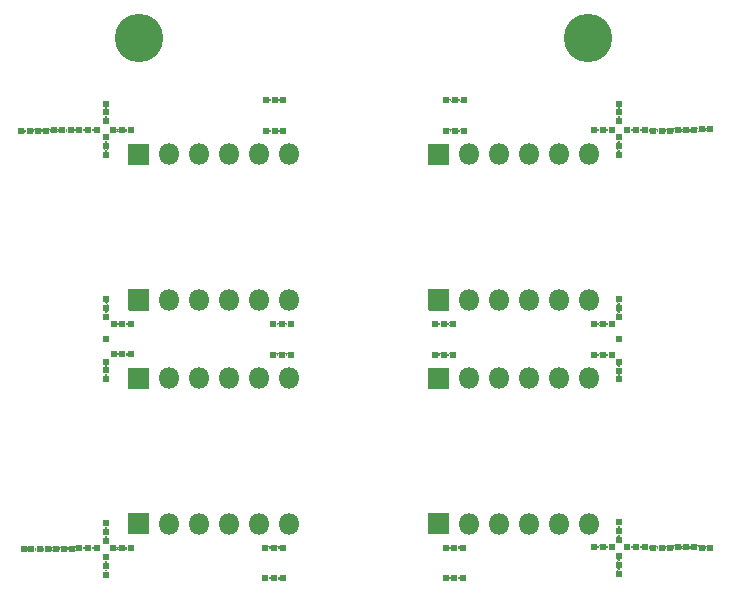
<source format=gbr>
G04 #@! TF.GenerationSoftware,KiCad,Pcbnew,(5.1.9)-1*
G04 #@! TF.CreationDate,2021-05-14T23:18:57-04:00*
G04 #@! TF.ProjectId,2xOPT Panelized,32784f50-5420-4506-916e-656c697a6564,rev?*
G04 #@! TF.SameCoordinates,Original*
G04 #@! TF.FileFunction,Soldermask,Bot*
G04 #@! TF.FilePolarity,Negative*
%FSLAX46Y46*%
G04 Gerber Fmt 4.6, Leading zero omitted, Abs format (unit mm)*
G04 Created by KiCad (PCBNEW (5.1.9)-1) date 2021-05-14 23:18:57*
%MOMM*%
%LPD*%
G01*
G04 APERTURE LIST*
%ADD10C,0.602000*%
%ADD11C,4.102000*%
%ADD12O,1.802000X1.802000*%
%ADD13C,0.100000*%
G04 APERTURE END LIST*
D10*
X158337500Y-97137000D03*
X157637500Y-97137000D03*
X154937500Y-97137000D03*
X156300000Y-97100000D03*
X157000000Y-97100000D03*
X154237500Y-97137000D03*
X153537500Y-97137000D03*
X155600000Y-97100000D03*
X158337500Y-61737000D03*
X157637500Y-61737000D03*
X154937500Y-61837000D03*
X156300000Y-61800000D03*
X157000000Y-61800000D03*
X154237500Y-61837000D03*
X153537500Y-61837000D03*
X155600000Y-61800000D03*
X100237500Y-97237000D03*
X102937500Y-97237000D03*
X101575000Y-97274000D03*
X100875000Y-97274000D03*
X103637500Y-97237000D03*
X104337500Y-97237000D03*
X102275000Y-97274000D03*
X100000000Y-61900000D03*
X100737500Y-61837000D03*
X101437500Y-61837000D03*
X102137500Y-61837000D03*
X102800000Y-61800000D03*
X103500000Y-61800000D03*
X104200000Y-61800000D03*
D11*
X148000000Y-54000000D03*
X110000000Y-54000000D03*
D10*
X108550000Y-97200000D03*
X109300000Y-97200000D03*
X107800000Y-97200000D03*
X107200000Y-95100000D03*
X107200000Y-96600000D03*
X107200000Y-95850000D03*
X106450000Y-97200000D03*
X104950000Y-97200000D03*
X105700000Y-97200000D03*
X107200000Y-99450000D03*
X107200000Y-97950000D03*
X107200000Y-98700000D03*
X150600000Y-95750000D03*
X150600000Y-95000000D03*
X150600000Y-96500000D03*
X148500000Y-97100000D03*
X150000000Y-97100000D03*
X149250000Y-97100000D03*
X150600000Y-97850000D03*
X150600000Y-99350000D03*
X150600000Y-98600000D03*
X152850000Y-97100000D03*
X151350000Y-97100000D03*
X152100000Y-97100000D03*
X149250000Y-61800000D03*
X148500000Y-61800000D03*
X150000000Y-61800000D03*
X150600000Y-63900000D03*
X150600000Y-62400000D03*
X150600000Y-63150000D03*
X151350000Y-61800000D03*
X152850000Y-61800000D03*
X152100000Y-61800000D03*
X150600000Y-59550000D03*
X150600000Y-61050000D03*
X150600000Y-60300000D03*
X107200000Y-63150000D03*
X107200000Y-63900000D03*
X107200000Y-62400000D03*
X109300000Y-61800000D03*
X107800000Y-61800000D03*
X108550000Y-61800000D03*
X107200000Y-61050000D03*
X107200000Y-59550000D03*
X107200000Y-60300000D03*
X104950000Y-61800000D03*
X106450000Y-61800000D03*
X105700000Y-61800000D03*
X121475000Y-59237000D03*
X121475000Y-61837000D03*
X122225000Y-59237000D03*
X120725000Y-59237000D03*
X120725000Y-61837000D03*
X122225000Y-61837000D03*
X136737500Y-59237000D03*
X136737500Y-61837000D03*
X137487500Y-59237000D03*
X135987500Y-59237000D03*
X135987500Y-61837000D03*
X137487500Y-61837000D03*
X137450000Y-99737000D03*
X135950000Y-99737000D03*
X135950000Y-97137000D03*
X137450000Y-97137000D03*
X136700000Y-99737000D03*
X136700000Y-97137000D03*
X122187500Y-99737000D03*
X120687500Y-99737000D03*
X120687500Y-97137000D03*
X122187500Y-97137000D03*
X121437500Y-99737000D03*
X121437500Y-97137000D03*
X136550000Y-80800000D03*
X135050000Y-80800000D03*
X135050000Y-78200000D03*
X136550000Y-78200000D03*
X135800000Y-80800000D03*
X135800000Y-78200000D03*
X122850000Y-80800000D03*
X121350000Y-80800000D03*
X121350000Y-78200000D03*
X122850000Y-78200000D03*
X122100000Y-80800000D03*
X122100000Y-78200000D03*
X150600000Y-79500000D03*
X150600000Y-76850000D03*
X150600000Y-76100000D03*
X150600000Y-77600000D03*
X150600000Y-82150000D03*
X150600000Y-81400000D03*
X150600000Y-82900000D03*
X148500000Y-78200000D03*
X150000000Y-78200000D03*
X150000000Y-80800000D03*
X148500000Y-80800000D03*
X149250000Y-78200000D03*
X149250000Y-80800000D03*
X107237500Y-79487000D03*
X107237500Y-82137000D03*
X107237500Y-82887000D03*
X107237500Y-81387000D03*
X107237500Y-76837000D03*
X107237500Y-77587000D03*
X107237500Y-76087000D03*
X109337500Y-80787000D03*
X107837500Y-80787000D03*
X107837500Y-78187000D03*
X109337500Y-78187000D03*
X108587500Y-80787000D03*
X108587500Y-78187000D03*
D12*
X148065000Y-76171000D03*
X145525000Y-76171000D03*
X142985000Y-76171000D03*
X140445000Y-76171000D03*
X137905000Y-76171000D03*
G36*
G01*
X136215000Y-77072000D02*
X134515000Y-77072000D01*
G75*
G02*
X134464000Y-77021000I0J51000D01*
G01*
X134464000Y-75321000D01*
G75*
G02*
X134515000Y-75270000I51000J0D01*
G01*
X136215000Y-75270000D01*
G75*
G02*
X136266000Y-75321000I0J-51000D01*
G01*
X136266000Y-77021000D01*
G75*
G02*
X136215000Y-77072000I-51000J0D01*
G01*
G37*
X122665000Y-76171000D03*
X120125000Y-76171000D03*
X117585000Y-76171000D03*
X115045000Y-76171000D03*
X112505000Y-76171000D03*
G36*
G01*
X110815000Y-77072000D02*
X109115000Y-77072000D01*
G75*
G02*
X109064000Y-77021000I0J51000D01*
G01*
X109064000Y-75321000D01*
G75*
G02*
X109115000Y-75270000I51000J0D01*
G01*
X110815000Y-75270000D01*
G75*
G02*
X110866000Y-75321000I0J-51000D01*
G01*
X110866000Y-77021000D01*
G75*
G02*
X110815000Y-77072000I-51000J0D01*
G01*
G37*
X148065000Y-63852000D03*
X145525000Y-63852000D03*
X142985000Y-63852000D03*
X140445000Y-63852000D03*
X137905000Y-63852000D03*
G36*
G01*
X136215000Y-64753000D02*
X134515000Y-64753000D01*
G75*
G02*
X134464000Y-64702000I0J51000D01*
G01*
X134464000Y-63002000D01*
G75*
G02*
X134515000Y-62951000I51000J0D01*
G01*
X136215000Y-62951000D01*
G75*
G02*
X136266000Y-63002000I0J-51000D01*
G01*
X136266000Y-64702000D01*
G75*
G02*
X136215000Y-64753000I-51000J0D01*
G01*
G37*
X122665000Y-63852000D03*
X120125000Y-63852000D03*
X117585000Y-63852000D03*
X115045000Y-63852000D03*
X112505000Y-63852000D03*
G36*
G01*
X110815000Y-64753000D02*
X109115000Y-64753000D01*
G75*
G02*
X109064000Y-64702000I0J51000D01*
G01*
X109064000Y-63002000D01*
G75*
G02*
X109115000Y-62951000I51000J0D01*
G01*
X110815000Y-62951000D01*
G75*
G02*
X110866000Y-63002000I0J-51000D01*
G01*
X110866000Y-64702000D01*
G75*
G02*
X110815000Y-64753000I-51000J0D01*
G01*
G37*
X148065000Y-95121000D03*
X145525000Y-95121000D03*
X142985000Y-95121000D03*
X140445000Y-95121000D03*
X137905000Y-95121000D03*
G36*
G01*
X136215000Y-96022000D02*
X134515000Y-96022000D01*
G75*
G02*
X134464000Y-95971000I0J51000D01*
G01*
X134464000Y-94271000D01*
G75*
G02*
X134515000Y-94220000I51000J0D01*
G01*
X136215000Y-94220000D01*
G75*
G02*
X136266000Y-94271000I0J-51000D01*
G01*
X136266000Y-95971000D01*
G75*
G02*
X136215000Y-96022000I-51000J0D01*
G01*
G37*
X122665000Y-95121000D03*
X120125000Y-95121000D03*
X117585000Y-95121000D03*
X115045000Y-95121000D03*
X112505000Y-95121000D03*
G36*
G01*
X110815000Y-96022000D02*
X109115000Y-96022000D01*
G75*
G02*
X109064000Y-95971000I0J51000D01*
G01*
X109064000Y-94271000D01*
G75*
G02*
X109115000Y-94220000I51000J0D01*
G01*
X110815000Y-94220000D01*
G75*
G02*
X110866000Y-94271000I0J-51000D01*
G01*
X110866000Y-95971000D01*
G75*
G02*
X110815000Y-96022000I-51000J0D01*
G01*
G37*
X148065000Y-82802000D03*
X145525000Y-82802000D03*
X142985000Y-82802000D03*
X140445000Y-82802000D03*
X137905000Y-82802000D03*
G36*
G01*
X136215000Y-83703000D02*
X134515000Y-83703000D01*
G75*
G02*
X134464000Y-83652000I0J51000D01*
G01*
X134464000Y-81952000D01*
G75*
G02*
X134515000Y-81901000I51000J0D01*
G01*
X136215000Y-81901000D01*
G75*
G02*
X136266000Y-81952000I0J-51000D01*
G01*
X136266000Y-83652000D01*
G75*
G02*
X136215000Y-83703000I-51000J0D01*
G01*
G37*
X122665000Y-82802000D03*
X120125000Y-82802000D03*
X117585000Y-82802000D03*
X115045000Y-82802000D03*
X112505000Y-82802000D03*
G36*
G01*
X110815000Y-83703000D02*
X109115000Y-83703000D01*
G75*
G02*
X109064000Y-83652000I0J51000D01*
G01*
X109064000Y-81952000D01*
G75*
G02*
X109115000Y-81901000I51000J0D01*
G01*
X110815000Y-81901000D01*
G75*
G02*
X110866000Y-81952000I0J-51000D01*
G01*
X110866000Y-83652000D01*
G75*
G02*
X110815000Y-83703000I-51000J0D01*
G01*
G37*
D13*
G36*
X137185159Y-99597067D02*
G01*
X137185213Y-99598717D01*
X137163885Y-99650206D01*
X137152449Y-99707696D01*
X137152449Y-99766304D01*
X137163885Y-99823794D01*
X137185213Y-99875283D01*
X137184952Y-99877266D01*
X137183104Y-99878031D01*
X137181702Y-99877159D01*
X137177325Y-99870608D01*
X137161966Y-99851893D01*
X137143329Y-99836598D01*
X137122065Y-99825233D01*
X137098990Y-99818233D01*
X137074999Y-99815870D01*
X137051008Y-99818233D01*
X137027933Y-99825233D01*
X137006670Y-99836599D01*
X136988033Y-99851894D01*
X136972675Y-99870608D01*
X136968298Y-99877159D01*
X136966504Y-99878044D01*
X136964841Y-99876933D01*
X136964787Y-99875283D01*
X136986115Y-99823794D01*
X136997551Y-99766304D01*
X136997551Y-99707696D01*
X136986115Y-99650206D01*
X136964787Y-99598717D01*
X136965048Y-99596734D01*
X136966896Y-99595969D01*
X136968298Y-99596841D01*
X136972675Y-99603392D01*
X136988034Y-99622107D01*
X137006671Y-99637402D01*
X137027935Y-99648767D01*
X137051010Y-99655767D01*
X137075001Y-99658130D01*
X137098992Y-99655767D01*
X137122067Y-99648767D01*
X137143330Y-99637401D01*
X137161967Y-99622106D01*
X137177325Y-99603392D01*
X137181702Y-99596841D01*
X137183496Y-99595956D01*
X137185159Y-99597067D01*
G37*
G36*
X121172659Y-99597067D02*
G01*
X121172713Y-99598717D01*
X121151385Y-99650206D01*
X121139949Y-99707696D01*
X121139949Y-99766304D01*
X121151385Y-99823794D01*
X121172713Y-99875283D01*
X121172452Y-99877266D01*
X121170604Y-99878031D01*
X121169202Y-99877159D01*
X121164825Y-99870608D01*
X121149466Y-99851893D01*
X121130829Y-99836598D01*
X121109565Y-99825233D01*
X121086490Y-99818233D01*
X121062499Y-99815870D01*
X121038508Y-99818233D01*
X121015433Y-99825233D01*
X120994170Y-99836599D01*
X120975533Y-99851894D01*
X120960175Y-99870608D01*
X120955798Y-99877159D01*
X120954004Y-99878044D01*
X120952341Y-99876933D01*
X120952287Y-99875283D01*
X120973615Y-99823794D01*
X120985051Y-99766304D01*
X120985051Y-99707696D01*
X120973615Y-99650206D01*
X120952287Y-99598717D01*
X120952548Y-99596734D01*
X120954396Y-99595969D01*
X120955798Y-99596841D01*
X120960175Y-99603392D01*
X120975534Y-99622107D01*
X120994171Y-99637402D01*
X121015435Y-99648767D01*
X121038510Y-99655767D01*
X121062501Y-99658130D01*
X121086492Y-99655767D01*
X121109567Y-99648767D01*
X121130830Y-99637401D01*
X121149467Y-99622106D01*
X121164825Y-99603392D01*
X121169202Y-99596841D01*
X121170996Y-99595956D01*
X121172659Y-99597067D01*
G37*
G36*
X121922659Y-99597067D02*
G01*
X121922713Y-99598717D01*
X121901385Y-99650206D01*
X121889949Y-99707696D01*
X121889949Y-99766304D01*
X121901385Y-99823794D01*
X121922713Y-99875283D01*
X121922452Y-99877266D01*
X121920604Y-99878031D01*
X121919202Y-99877159D01*
X121914825Y-99870608D01*
X121899466Y-99851893D01*
X121880829Y-99836598D01*
X121859565Y-99825233D01*
X121836490Y-99818233D01*
X121812499Y-99815870D01*
X121788508Y-99818233D01*
X121765433Y-99825233D01*
X121744170Y-99836599D01*
X121725533Y-99851894D01*
X121710175Y-99870608D01*
X121705798Y-99877159D01*
X121704004Y-99878044D01*
X121702341Y-99876933D01*
X121702287Y-99875283D01*
X121723615Y-99823794D01*
X121735051Y-99766304D01*
X121735051Y-99707696D01*
X121723615Y-99650206D01*
X121702287Y-99598717D01*
X121702548Y-99596734D01*
X121704396Y-99595969D01*
X121705798Y-99596841D01*
X121710175Y-99603392D01*
X121725534Y-99622107D01*
X121744171Y-99637402D01*
X121765435Y-99648767D01*
X121788510Y-99655767D01*
X121812501Y-99658130D01*
X121836492Y-99655767D01*
X121859567Y-99648767D01*
X121880830Y-99637401D01*
X121899467Y-99622106D01*
X121914825Y-99603392D01*
X121919202Y-99596841D01*
X121920996Y-99595956D01*
X121922659Y-99597067D01*
G37*
G36*
X136435159Y-99597067D02*
G01*
X136435213Y-99598717D01*
X136413885Y-99650206D01*
X136402449Y-99707696D01*
X136402449Y-99766304D01*
X136413885Y-99823794D01*
X136435213Y-99875283D01*
X136434952Y-99877266D01*
X136433104Y-99878031D01*
X136431702Y-99877159D01*
X136427325Y-99870608D01*
X136411966Y-99851893D01*
X136393329Y-99836598D01*
X136372065Y-99825233D01*
X136348990Y-99818233D01*
X136324999Y-99815870D01*
X136301008Y-99818233D01*
X136277933Y-99825233D01*
X136256670Y-99836599D01*
X136238033Y-99851894D01*
X136222675Y-99870608D01*
X136218298Y-99877159D01*
X136216504Y-99878044D01*
X136214841Y-99876933D01*
X136214787Y-99875283D01*
X136236115Y-99823794D01*
X136247551Y-99766304D01*
X136247551Y-99707696D01*
X136236115Y-99650206D01*
X136214787Y-99598717D01*
X136215048Y-99596734D01*
X136216896Y-99595969D01*
X136218298Y-99596841D01*
X136222675Y-99603392D01*
X136238034Y-99622107D01*
X136256671Y-99637402D01*
X136277935Y-99648767D01*
X136301010Y-99655767D01*
X136325001Y-99658130D01*
X136348992Y-99655767D01*
X136372067Y-99648767D01*
X136393330Y-99637401D01*
X136411967Y-99622106D01*
X136427325Y-99603392D01*
X136431702Y-99596841D01*
X136433496Y-99595956D01*
X136435159Y-99597067D01*
G37*
G36*
X107340266Y-98965048D02*
G01*
X107341031Y-98966896D01*
X107340159Y-98968298D01*
X107333608Y-98972675D01*
X107314893Y-98988034D01*
X107299598Y-99006671D01*
X107288233Y-99027935D01*
X107281233Y-99051010D01*
X107278870Y-99075001D01*
X107281233Y-99098992D01*
X107288233Y-99122067D01*
X107299599Y-99143330D01*
X107314894Y-99161967D01*
X107333608Y-99177325D01*
X107340159Y-99181702D01*
X107341044Y-99183496D01*
X107339933Y-99185159D01*
X107338283Y-99185213D01*
X107286794Y-99163885D01*
X107229304Y-99152449D01*
X107170696Y-99152449D01*
X107113206Y-99163885D01*
X107061717Y-99185213D01*
X107059734Y-99184952D01*
X107058969Y-99183104D01*
X107059841Y-99181702D01*
X107066392Y-99177325D01*
X107085107Y-99161966D01*
X107100402Y-99143329D01*
X107111767Y-99122065D01*
X107118767Y-99098990D01*
X107121130Y-99074999D01*
X107118767Y-99051008D01*
X107111767Y-99027933D01*
X107100401Y-99006670D01*
X107085106Y-98988033D01*
X107066392Y-98972675D01*
X107059841Y-98968298D01*
X107058956Y-98966504D01*
X107060067Y-98964841D01*
X107061717Y-98964787D01*
X107113206Y-98986115D01*
X107170696Y-98997551D01*
X107229304Y-98997551D01*
X107286794Y-98986115D01*
X107338283Y-98964787D01*
X107340266Y-98965048D01*
G37*
G36*
X150740266Y-98865048D02*
G01*
X150741031Y-98866896D01*
X150740159Y-98868298D01*
X150733608Y-98872675D01*
X150714893Y-98888034D01*
X150699598Y-98906671D01*
X150688233Y-98927935D01*
X150681233Y-98951010D01*
X150678870Y-98975001D01*
X150681233Y-98998992D01*
X150688233Y-99022067D01*
X150699599Y-99043330D01*
X150714894Y-99061967D01*
X150733608Y-99077325D01*
X150740159Y-99081702D01*
X150741044Y-99083496D01*
X150739933Y-99085159D01*
X150738283Y-99085213D01*
X150686794Y-99063885D01*
X150629304Y-99052449D01*
X150570696Y-99052449D01*
X150513206Y-99063885D01*
X150461717Y-99085213D01*
X150459734Y-99084952D01*
X150458969Y-99083104D01*
X150459841Y-99081702D01*
X150466392Y-99077325D01*
X150485107Y-99061966D01*
X150500402Y-99043329D01*
X150511767Y-99022065D01*
X150518767Y-98998990D01*
X150521130Y-98974999D01*
X150518767Y-98951008D01*
X150511767Y-98927933D01*
X150500401Y-98906670D01*
X150485106Y-98888033D01*
X150466392Y-98872675D01*
X150459841Y-98868298D01*
X150458956Y-98866504D01*
X150460067Y-98864841D01*
X150461717Y-98864787D01*
X150513206Y-98886115D01*
X150570696Y-98897551D01*
X150629304Y-98897551D01*
X150686794Y-98886115D01*
X150738283Y-98864787D01*
X150740266Y-98865048D01*
G37*
G36*
X107340266Y-98215048D02*
G01*
X107341031Y-98216896D01*
X107340159Y-98218298D01*
X107333608Y-98222675D01*
X107314893Y-98238034D01*
X107299598Y-98256671D01*
X107288233Y-98277935D01*
X107281233Y-98301010D01*
X107278870Y-98325001D01*
X107281233Y-98348992D01*
X107288233Y-98372067D01*
X107299599Y-98393330D01*
X107314894Y-98411967D01*
X107333608Y-98427325D01*
X107340159Y-98431702D01*
X107341044Y-98433496D01*
X107339933Y-98435159D01*
X107338283Y-98435213D01*
X107286794Y-98413885D01*
X107229304Y-98402449D01*
X107170696Y-98402449D01*
X107113206Y-98413885D01*
X107061717Y-98435213D01*
X107059734Y-98434952D01*
X107058969Y-98433104D01*
X107059841Y-98431702D01*
X107066392Y-98427325D01*
X107085107Y-98411966D01*
X107100402Y-98393329D01*
X107111767Y-98372065D01*
X107118767Y-98348990D01*
X107121130Y-98324999D01*
X107118767Y-98301008D01*
X107111767Y-98277933D01*
X107100401Y-98256670D01*
X107085106Y-98238033D01*
X107066392Y-98222675D01*
X107059841Y-98218298D01*
X107058956Y-98216504D01*
X107060067Y-98214841D01*
X107061717Y-98214787D01*
X107113206Y-98236115D01*
X107170696Y-98247551D01*
X107229304Y-98247551D01*
X107286794Y-98236115D01*
X107338283Y-98214787D01*
X107340266Y-98215048D01*
G37*
G36*
X150740266Y-98115048D02*
G01*
X150741031Y-98116896D01*
X150740159Y-98118298D01*
X150733608Y-98122675D01*
X150714893Y-98138034D01*
X150699598Y-98156671D01*
X150688233Y-98177935D01*
X150681233Y-98201010D01*
X150678870Y-98225001D01*
X150681233Y-98248992D01*
X150688233Y-98272067D01*
X150699599Y-98293330D01*
X150714894Y-98311967D01*
X150733608Y-98327325D01*
X150740159Y-98331702D01*
X150741044Y-98333496D01*
X150739933Y-98335159D01*
X150738283Y-98335213D01*
X150686794Y-98313885D01*
X150629304Y-98302449D01*
X150570696Y-98302449D01*
X150513206Y-98313885D01*
X150461717Y-98335213D01*
X150459734Y-98334952D01*
X150458969Y-98333104D01*
X150459841Y-98331702D01*
X150466392Y-98327325D01*
X150485107Y-98311966D01*
X150500402Y-98293329D01*
X150511767Y-98272065D01*
X150518767Y-98248990D01*
X150521130Y-98224999D01*
X150518767Y-98201008D01*
X150511767Y-98177933D01*
X150500401Y-98156670D01*
X150485106Y-98138033D01*
X150466392Y-98122675D01*
X150459841Y-98118298D01*
X150458956Y-98116504D01*
X150460067Y-98114841D01*
X150461717Y-98114787D01*
X150513206Y-98136115D01*
X150570696Y-98147551D01*
X150629304Y-98147551D01*
X150686794Y-98136115D01*
X150738283Y-98114787D01*
X150740266Y-98115048D01*
G37*
G36*
X100474672Y-97049194D02*
G01*
X100486202Y-97063244D01*
X100504839Y-97078539D01*
X100526102Y-97089905D01*
X100549177Y-97096905D01*
X100573168Y-97099268D01*
X100597159Y-97096905D01*
X100620234Y-97089905D01*
X100641498Y-97078540D01*
X100655544Y-97067013D01*
X100657518Y-97066687D01*
X100658786Y-97068233D01*
X100658227Y-97069973D01*
X100643878Y-97084322D01*
X100611315Y-97133057D01*
X100588885Y-97187206D01*
X100577449Y-97244696D01*
X100577449Y-97303304D01*
X100588885Y-97360794D01*
X100611315Y-97414943D01*
X100641037Y-97459426D01*
X100641168Y-97461422D01*
X100639505Y-97462533D01*
X100637828Y-97461806D01*
X100626298Y-97447756D01*
X100607661Y-97432461D01*
X100586398Y-97421095D01*
X100563323Y-97414095D01*
X100539332Y-97411732D01*
X100515341Y-97414095D01*
X100492266Y-97421095D01*
X100471002Y-97432460D01*
X100456956Y-97443987D01*
X100454982Y-97444313D01*
X100453714Y-97442767D01*
X100454273Y-97441027D01*
X100468622Y-97426678D01*
X100501185Y-97377943D01*
X100523615Y-97323794D01*
X100535051Y-97266304D01*
X100535051Y-97207696D01*
X100523615Y-97150206D01*
X100501185Y-97096057D01*
X100471463Y-97051574D01*
X100471332Y-97049578D01*
X100472995Y-97048467D01*
X100474672Y-97049194D01*
G37*
G36*
X102693733Y-97064744D02*
G01*
X102693524Y-97066560D01*
X102673815Y-97096057D01*
X102651385Y-97150206D01*
X102639949Y-97207696D01*
X102639949Y-97266304D01*
X102651385Y-97323794D01*
X102673815Y-97377943D01*
X102706355Y-97426643D01*
X102706486Y-97428639D01*
X102704823Y-97429750D01*
X102703423Y-97429300D01*
X102689013Y-97417474D01*
X102667749Y-97406109D01*
X102644674Y-97399109D01*
X102620683Y-97396746D01*
X102596692Y-97399109D01*
X102573617Y-97406109D01*
X102552353Y-97417474D01*
X102533716Y-97432769D01*
X102522185Y-97446820D01*
X102520313Y-97447524D01*
X102518767Y-97446256D01*
X102518976Y-97444440D01*
X102538685Y-97414943D01*
X102561115Y-97360794D01*
X102572551Y-97303304D01*
X102572551Y-97244696D01*
X102561115Y-97187206D01*
X102538685Y-97133057D01*
X102506145Y-97084357D01*
X102506014Y-97082361D01*
X102507677Y-97081250D01*
X102509077Y-97081700D01*
X102523487Y-97093526D01*
X102544751Y-97104891D01*
X102567826Y-97111891D01*
X102591817Y-97114254D01*
X102615808Y-97111891D01*
X102638883Y-97104891D01*
X102660147Y-97093526D01*
X102678784Y-97078231D01*
X102690315Y-97064180D01*
X102692187Y-97063476D01*
X102693733Y-97064744D01*
G37*
G36*
X101826503Y-97107642D02*
G01*
X101838033Y-97121692D01*
X101856670Y-97136988D01*
X101877934Y-97148353D01*
X101901008Y-97155353D01*
X101925000Y-97157716D01*
X101948991Y-97155353D01*
X101972066Y-97148353D01*
X101993329Y-97136988D01*
X102011966Y-97121693D01*
X102023497Y-97107642D01*
X102025369Y-97106938D01*
X102026915Y-97108206D01*
X102026706Y-97110022D01*
X102011315Y-97133057D01*
X101988885Y-97187206D01*
X101977449Y-97244696D01*
X101977449Y-97303304D01*
X101988885Y-97360794D01*
X102011315Y-97414943D01*
X102026706Y-97437978D01*
X102026837Y-97439974D01*
X102025174Y-97441085D01*
X102023497Y-97440358D01*
X102011967Y-97426308D01*
X101993330Y-97411012D01*
X101972066Y-97399647D01*
X101948992Y-97392647D01*
X101925000Y-97390284D01*
X101901009Y-97392647D01*
X101877934Y-97399647D01*
X101856671Y-97411012D01*
X101838034Y-97426307D01*
X101826503Y-97440358D01*
X101824631Y-97441062D01*
X101823085Y-97439794D01*
X101823294Y-97437978D01*
X101838685Y-97414943D01*
X101861115Y-97360794D01*
X101872551Y-97303304D01*
X101872551Y-97244696D01*
X101861115Y-97187206D01*
X101838685Y-97133057D01*
X101823294Y-97110022D01*
X101823163Y-97108026D01*
X101824826Y-97106915D01*
X101826503Y-97107642D01*
G37*
G36*
X101126503Y-97107642D02*
G01*
X101138033Y-97121692D01*
X101156670Y-97136988D01*
X101177934Y-97148353D01*
X101201008Y-97155353D01*
X101225000Y-97157716D01*
X101248991Y-97155353D01*
X101272066Y-97148353D01*
X101293329Y-97136988D01*
X101311966Y-97121693D01*
X101323497Y-97107642D01*
X101325369Y-97106938D01*
X101326915Y-97108206D01*
X101326706Y-97110022D01*
X101311315Y-97133057D01*
X101288885Y-97187206D01*
X101277449Y-97244696D01*
X101277449Y-97303304D01*
X101288885Y-97360794D01*
X101311315Y-97414943D01*
X101326706Y-97437978D01*
X101326837Y-97439974D01*
X101325174Y-97441085D01*
X101323497Y-97440358D01*
X101311967Y-97426308D01*
X101293330Y-97411012D01*
X101272066Y-97399647D01*
X101248992Y-97392647D01*
X101225000Y-97390284D01*
X101201009Y-97392647D01*
X101177934Y-97399647D01*
X101156671Y-97411012D01*
X101138034Y-97426307D01*
X101126503Y-97440358D01*
X101124631Y-97441062D01*
X101123085Y-97439794D01*
X101123294Y-97437978D01*
X101138685Y-97414943D01*
X101161115Y-97360794D01*
X101172551Y-97303304D01*
X101172551Y-97244696D01*
X101161115Y-97187206D01*
X101138685Y-97133057D01*
X101123294Y-97110022D01*
X101123163Y-97108026D01*
X101124826Y-97106915D01*
X101126503Y-97107642D01*
G37*
G36*
X104717542Y-97011095D02*
G01*
X104717273Y-97012724D01*
X104686315Y-97059057D01*
X104663885Y-97113206D01*
X104652449Y-97170696D01*
X104652449Y-97229304D01*
X104663885Y-97286794D01*
X104686315Y-97340943D01*
X104718878Y-97389678D01*
X104747307Y-97418107D01*
X104747825Y-97420039D01*
X104746411Y-97421453D01*
X104744624Y-97421067D01*
X104730580Y-97409541D01*
X104709316Y-97398176D01*
X104686241Y-97391176D01*
X104662250Y-97388813D01*
X104638259Y-97391176D01*
X104615184Y-97398176D01*
X104593920Y-97409541D01*
X104575203Y-97424902D01*
X104573304Y-97426801D01*
X104571372Y-97427319D01*
X104569958Y-97425905D01*
X104570227Y-97424276D01*
X104601185Y-97377943D01*
X104623615Y-97323794D01*
X104635051Y-97266304D01*
X104635051Y-97207696D01*
X104623615Y-97150206D01*
X104601185Y-97096057D01*
X104568622Y-97047322D01*
X104540193Y-97018893D01*
X104539675Y-97016961D01*
X104541089Y-97015547D01*
X104542876Y-97015933D01*
X104556920Y-97027459D01*
X104578184Y-97038824D01*
X104601259Y-97045824D01*
X104625250Y-97048187D01*
X104649241Y-97045824D01*
X104672316Y-97038824D01*
X104693580Y-97027459D01*
X104712297Y-97012098D01*
X104714196Y-97010199D01*
X104716128Y-97009681D01*
X104717542Y-97011095D01*
G37*
G36*
X103889003Y-97070642D02*
G01*
X103900533Y-97084692D01*
X103919170Y-97099988D01*
X103940434Y-97111353D01*
X103963508Y-97118353D01*
X103987500Y-97120716D01*
X104011491Y-97118353D01*
X104034566Y-97111353D01*
X104055829Y-97099988D01*
X104074466Y-97084693D01*
X104085997Y-97070642D01*
X104087869Y-97069938D01*
X104089415Y-97071206D01*
X104089206Y-97073022D01*
X104073815Y-97096057D01*
X104051385Y-97150206D01*
X104039949Y-97207696D01*
X104039949Y-97266304D01*
X104051385Y-97323794D01*
X104073815Y-97377943D01*
X104089206Y-97400978D01*
X104089337Y-97402974D01*
X104087674Y-97404085D01*
X104085997Y-97403358D01*
X104074467Y-97389308D01*
X104055830Y-97374012D01*
X104034566Y-97362647D01*
X104011492Y-97355647D01*
X103987500Y-97353284D01*
X103963509Y-97355647D01*
X103940434Y-97362647D01*
X103919171Y-97374012D01*
X103900534Y-97389307D01*
X103889003Y-97403358D01*
X103887131Y-97404062D01*
X103885585Y-97402794D01*
X103885794Y-97400978D01*
X103901185Y-97377943D01*
X103923615Y-97323794D01*
X103935051Y-97266304D01*
X103935051Y-97207696D01*
X103923615Y-97150206D01*
X103901185Y-97096057D01*
X103885794Y-97073022D01*
X103885663Y-97071026D01*
X103887326Y-97069915D01*
X103889003Y-97070642D01*
G37*
G36*
X103189003Y-97070642D02*
G01*
X103200533Y-97084692D01*
X103219170Y-97099988D01*
X103240434Y-97111353D01*
X103263508Y-97118353D01*
X103287500Y-97120716D01*
X103311491Y-97118353D01*
X103334566Y-97111353D01*
X103355829Y-97099988D01*
X103374466Y-97084693D01*
X103385997Y-97070642D01*
X103387869Y-97069938D01*
X103389415Y-97071206D01*
X103389206Y-97073022D01*
X103373815Y-97096057D01*
X103351385Y-97150206D01*
X103339949Y-97207696D01*
X103339949Y-97266304D01*
X103351385Y-97323794D01*
X103373815Y-97377943D01*
X103389206Y-97400978D01*
X103389337Y-97402974D01*
X103387674Y-97404085D01*
X103385997Y-97403358D01*
X103374467Y-97389308D01*
X103355830Y-97374012D01*
X103334566Y-97362647D01*
X103311492Y-97355647D01*
X103287500Y-97353284D01*
X103263509Y-97355647D01*
X103240434Y-97362647D01*
X103219171Y-97374012D01*
X103200534Y-97389307D01*
X103189003Y-97403358D01*
X103187131Y-97404062D01*
X103185585Y-97402794D01*
X103185794Y-97400978D01*
X103201185Y-97377943D01*
X103223615Y-97323794D01*
X103235051Y-97266304D01*
X103235051Y-97207696D01*
X103223615Y-97150206D01*
X103201185Y-97096057D01*
X103185794Y-97073022D01*
X103185663Y-97071026D01*
X103187326Y-97069915D01*
X103189003Y-97070642D01*
G37*
G36*
X106185159Y-97060067D02*
G01*
X106185213Y-97061717D01*
X106163885Y-97113206D01*
X106152449Y-97170696D01*
X106152449Y-97229304D01*
X106163885Y-97286794D01*
X106185213Y-97338283D01*
X106184952Y-97340266D01*
X106183104Y-97341031D01*
X106181702Y-97340159D01*
X106177325Y-97333608D01*
X106161966Y-97314893D01*
X106143329Y-97299598D01*
X106122065Y-97288233D01*
X106098990Y-97281233D01*
X106074999Y-97278870D01*
X106051008Y-97281233D01*
X106027933Y-97288233D01*
X106006670Y-97299599D01*
X105988033Y-97314894D01*
X105972675Y-97333608D01*
X105968298Y-97340159D01*
X105966504Y-97341044D01*
X105964841Y-97339933D01*
X105964787Y-97338283D01*
X105986115Y-97286794D01*
X105997551Y-97229304D01*
X105997551Y-97170696D01*
X105986115Y-97113206D01*
X105964787Y-97061717D01*
X105965048Y-97059734D01*
X105966896Y-97058969D01*
X105968298Y-97059841D01*
X105972675Y-97066392D01*
X105988034Y-97085107D01*
X106006671Y-97100402D01*
X106027935Y-97111767D01*
X106051010Y-97118767D01*
X106075001Y-97121130D01*
X106098992Y-97118767D01*
X106122067Y-97111767D01*
X106143330Y-97100401D01*
X106161967Y-97085106D01*
X106177325Y-97066392D01*
X106181702Y-97059841D01*
X106183496Y-97058956D01*
X106185159Y-97060067D01*
G37*
G36*
X108285159Y-97060067D02*
G01*
X108285213Y-97061717D01*
X108263885Y-97113206D01*
X108252449Y-97170696D01*
X108252449Y-97229304D01*
X108263885Y-97286794D01*
X108285213Y-97338283D01*
X108284952Y-97340266D01*
X108283104Y-97341031D01*
X108281702Y-97340159D01*
X108277325Y-97333608D01*
X108261966Y-97314893D01*
X108243329Y-97299598D01*
X108222065Y-97288233D01*
X108198990Y-97281233D01*
X108174999Y-97278870D01*
X108151008Y-97281233D01*
X108127933Y-97288233D01*
X108106670Y-97299599D01*
X108088033Y-97314894D01*
X108072675Y-97333608D01*
X108068298Y-97340159D01*
X108066504Y-97341044D01*
X108064841Y-97339933D01*
X108064787Y-97338283D01*
X108086115Y-97286794D01*
X108097551Y-97229304D01*
X108097551Y-97170696D01*
X108086115Y-97113206D01*
X108064787Y-97061717D01*
X108065048Y-97059734D01*
X108066896Y-97058969D01*
X108068298Y-97059841D01*
X108072675Y-97066392D01*
X108088034Y-97085107D01*
X108106671Y-97100402D01*
X108127935Y-97111767D01*
X108151010Y-97118767D01*
X108175001Y-97121130D01*
X108198992Y-97118767D01*
X108222067Y-97111767D01*
X108243330Y-97100401D01*
X108261967Y-97085106D01*
X108277325Y-97066392D01*
X108281702Y-97059841D01*
X108283496Y-97058956D01*
X108285159Y-97060067D01*
G37*
G36*
X105435159Y-97060067D02*
G01*
X105435213Y-97061717D01*
X105413885Y-97113206D01*
X105402449Y-97170696D01*
X105402449Y-97229304D01*
X105413885Y-97286794D01*
X105435213Y-97338283D01*
X105434952Y-97340266D01*
X105433104Y-97341031D01*
X105431702Y-97340159D01*
X105427325Y-97333608D01*
X105411966Y-97314893D01*
X105393329Y-97299598D01*
X105372065Y-97288233D01*
X105348990Y-97281233D01*
X105324999Y-97278870D01*
X105301008Y-97281233D01*
X105277933Y-97288233D01*
X105256670Y-97299599D01*
X105238033Y-97314894D01*
X105222675Y-97333608D01*
X105218298Y-97340159D01*
X105216504Y-97341044D01*
X105214841Y-97339933D01*
X105214787Y-97338283D01*
X105236115Y-97286794D01*
X105247551Y-97229304D01*
X105247551Y-97170696D01*
X105236115Y-97113206D01*
X105214787Y-97061717D01*
X105215048Y-97059734D01*
X105216896Y-97058969D01*
X105218298Y-97059841D01*
X105222675Y-97066392D01*
X105238034Y-97085107D01*
X105256671Y-97100402D01*
X105277935Y-97111767D01*
X105301010Y-97118767D01*
X105325001Y-97121130D01*
X105348992Y-97118767D01*
X105372067Y-97111767D01*
X105393330Y-97100401D01*
X105411967Y-97085106D01*
X105427325Y-97066392D01*
X105431702Y-97059841D01*
X105433496Y-97058956D01*
X105435159Y-97060067D01*
G37*
G36*
X109035159Y-97060067D02*
G01*
X109035213Y-97061717D01*
X109013885Y-97113206D01*
X109002449Y-97170696D01*
X109002449Y-97229304D01*
X109013885Y-97286794D01*
X109035213Y-97338283D01*
X109034952Y-97340266D01*
X109033104Y-97341031D01*
X109031702Y-97340159D01*
X109027325Y-97333608D01*
X109011966Y-97314893D01*
X108993329Y-97299598D01*
X108972065Y-97288233D01*
X108948990Y-97281233D01*
X108924999Y-97278870D01*
X108901008Y-97281233D01*
X108877933Y-97288233D01*
X108856670Y-97299599D01*
X108838033Y-97314894D01*
X108822675Y-97333608D01*
X108818298Y-97340159D01*
X108816504Y-97341044D01*
X108814841Y-97339933D01*
X108814787Y-97338283D01*
X108836115Y-97286794D01*
X108847551Y-97229304D01*
X108847551Y-97170696D01*
X108836115Y-97113206D01*
X108814787Y-97061717D01*
X108815048Y-97059734D01*
X108816896Y-97058969D01*
X108818298Y-97059841D01*
X108822675Y-97066392D01*
X108838034Y-97085107D01*
X108856671Y-97100402D01*
X108877935Y-97111767D01*
X108901010Y-97118767D01*
X108925001Y-97121130D01*
X108948992Y-97118767D01*
X108972067Y-97111767D01*
X108993330Y-97100401D01*
X109011967Y-97085106D01*
X109027325Y-97066392D01*
X109031702Y-97059841D01*
X109033496Y-97058956D01*
X109035159Y-97060067D01*
G37*
G36*
X157237172Y-96912194D02*
G01*
X157248702Y-96926244D01*
X157267339Y-96941539D01*
X157288602Y-96952905D01*
X157311677Y-96959905D01*
X157335668Y-96962268D01*
X157359659Y-96959905D01*
X157382734Y-96952905D01*
X157403998Y-96941540D01*
X157418044Y-96930013D01*
X157420018Y-96929687D01*
X157421286Y-96931233D01*
X157420727Y-96932973D01*
X157406378Y-96947322D01*
X157373815Y-96996057D01*
X157351385Y-97050206D01*
X157339949Y-97107696D01*
X157339949Y-97166304D01*
X157351385Y-97223794D01*
X157373815Y-97277943D01*
X157403537Y-97322426D01*
X157403668Y-97324422D01*
X157402005Y-97325533D01*
X157400328Y-97324806D01*
X157388798Y-97310756D01*
X157370161Y-97295461D01*
X157348898Y-97284095D01*
X157325823Y-97277095D01*
X157301832Y-97274732D01*
X157277841Y-97277095D01*
X157254766Y-97284095D01*
X157233502Y-97295460D01*
X157219456Y-97306987D01*
X157217482Y-97307313D01*
X157216214Y-97305767D01*
X157216773Y-97304027D01*
X157231122Y-97289678D01*
X157263685Y-97240943D01*
X157286115Y-97186794D01*
X157297551Y-97129304D01*
X157297551Y-97070696D01*
X157286115Y-97013206D01*
X157263685Y-96959057D01*
X157233963Y-96914574D01*
X157233832Y-96912578D01*
X157235495Y-96911467D01*
X157237172Y-96912194D01*
G37*
G36*
X155356233Y-96927744D02*
G01*
X155356024Y-96929560D01*
X155336315Y-96959057D01*
X155313885Y-97013206D01*
X155302449Y-97070696D01*
X155302449Y-97129304D01*
X155313885Y-97186794D01*
X155336315Y-97240943D01*
X155368855Y-97289643D01*
X155368986Y-97291639D01*
X155367323Y-97292750D01*
X155365923Y-97292300D01*
X155351513Y-97280474D01*
X155330249Y-97269109D01*
X155307174Y-97262109D01*
X155283183Y-97259746D01*
X155259192Y-97262109D01*
X155236117Y-97269109D01*
X155214853Y-97280474D01*
X155196216Y-97295769D01*
X155184685Y-97309820D01*
X155182813Y-97310524D01*
X155181267Y-97309256D01*
X155181476Y-97307440D01*
X155201185Y-97277943D01*
X155223615Y-97223794D01*
X155235051Y-97166304D01*
X155235051Y-97107696D01*
X155223615Y-97050206D01*
X155201185Y-96996057D01*
X155168645Y-96947357D01*
X155168514Y-96945361D01*
X155170177Y-96944250D01*
X155171577Y-96944700D01*
X155185987Y-96956526D01*
X155207251Y-96967891D01*
X155230326Y-96974891D01*
X155254317Y-96977254D01*
X155278308Y-96974891D01*
X155301383Y-96967891D01*
X155322647Y-96956526D01*
X155341284Y-96941231D01*
X155352815Y-96927180D01*
X155354687Y-96926476D01*
X155356233Y-96927744D01*
G37*
G36*
X153789003Y-96970642D02*
G01*
X153800533Y-96984692D01*
X153819170Y-96999988D01*
X153840434Y-97011353D01*
X153863508Y-97018353D01*
X153887500Y-97020716D01*
X153911491Y-97018353D01*
X153934566Y-97011353D01*
X153955829Y-96999988D01*
X153974466Y-96984693D01*
X153985997Y-96970642D01*
X153987869Y-96969938D01*
X153989415Y-96971206D01*
X153989206Y-96973022D01*
X153973815Y-96996057D01*
X153951385Y-97050206D01*
X153939949Y-97107696D01*
X153939949Y-97166304D01*
X153951385Y-97223794D01*
X153973815Y-97277943D01*
X153989206Y-97300978D01*
X153989337Y-97302974D01*
X153987674Y-97304085D01*
X153985997Y-97303358D01*
X153974467Y-97289308D01*
X153955830Y-97274012D01*
X153934566Y-97262647D01*
X153911492Y-97255647D01*
X153887500Y-97253284D01*
X153863509Y-97255647D01*
X153840434Y-97262647D01*
X153819171Y-97274012D01*
X153800534Y-97289307D01*
X153789003Y-97303358D01*
X153787131Y-97304062D01*
X153785585Y-97302794D01*
X153785794Y-97300978D01*
X153801185Y-97277943D01*
X153823615Y-97223794D01*
X153835051Y-97166304D01*
X153835051Y-97107696D01*
X153823615Y-97050206D01*
X153801185Y-96996057D01*
X153785794Y-96973022D01*
X153785663Y-96971026D01*
X153787326Y-96969915D01*
X153789003Y-96970642D01*
G37*
G36*
X157889003Y-96970642D02*
G01*
X157900533Y-96984692D01*
X157919170Y-96999988D01*
X157940434Y-97011353D01*
X157963508Y-97018353D01*
X157987500Y-97020716D01*
X158011491Y-97018353D01*
X158034566Y-97011353D01*
X158055829Y-96999988D01*
X158074466Y-96984693D01*
X158085997Y-96970642D01*
X158087869Y-96969938D01*
X158089415Y-96971206D01*
X158089206Y-96973022D01*
X158073815Y-96996057D01*
X158051385Y-97050206D01*
X158039949Y-97107696D01*
X158039949Y-97166304D01*
X158051385Y-97223794D01*
X158073815Y-97277943D01*
X158089206Y-97300978D01*
X158089337Y-97302974D01*
X158087674Y-97304085D01*
X158085997Y-97303358D01*
X158074467Y-97289308D01*
X158055830Y-97274012D01*
X158034566Y-97262647D01*
X158011492Y-97255647D01*
X157987500Y-97253284D01*
X157963509Y-97255647D01*
X157940434Y-97262647D01*
X157919171Y-97274012D01*
X157900534Y-97289307D01*
X157889003Y-97303358D01*
X157887131Y-97304062D01*
X157885585Y-97302794D01*
X157885794Y-97300978D01*
X157901185Y-97277943D01*
X157923615Y-97223794D01*
X157935051Y-97166304D01*
X157935051Y-97107696D01*
X157923615Y-97050206D01*
X157901185Y-96996057D01*
X157885794Y-96973022D01*
X157885663Y-96971026D01*
X157887326Y-96969915D01*
X157889003Y-96970642D01*
G37*
G36*
X154489003Y-96970642D02*
G01*
X154500533Y-96984692D01*
X154519170Y-96999988D01*
X154540434Y-97011353D01*
X154563508Y-97018353D01*
X154587500Y-97020716D01*
X154611491Y-97018353D01*
X154634566Y-97011353D01*
X154655829Y-96999988D01*
X154674466Y-96984693D01*
X154685997Y-96970642D01*
X154687869Y-96969938D01*
X154689415Y-96971206D01*
X154689206Y-96973022D01*
X154673815Y-96996057D01*
X154651385Y-97050206D01*
X154639949Y-97107696D01*
X154639949Y-97166304D01*
X154651385Y-97223794D01*
X154673815Y-97277943D01*
X154689206Y-97300978D01*
X154689337Y-97302974D01*
X154687674Y-97304085D01*
X154685997Y-97303358D01*
X154674467Y-97289308D01*
X154655830Y-97274012D01*
X154634566Y-97262647D01*
X154611492Y-97255647D01*
X154587500Y-97253284D01*
X154563509Y-97255647D01*
X154540434Y-97262647D01*
X154519171Y-97274012D01*
X154500534Y-97289307D01*
X154489003Y-97303358D01*
X154487131Y-97304062D01*
X154485585Y-97302794D01*
X154485794Y-97300978D01*
X154501185Y-97277943D01*
X154523615Y-97223794D01*
X154535051Y-97166304D01*
X154535051Y-97107696D01*
X154523615Y-97050206D01*
X154501185Y-96996057D01*
X154485794Y-96973022D01*
X154485663Y-96971026D01*
X154487326Y-96969915D01*
X154489003Y-96970642D01*
G37*
G36*
X153107615Y-96942789D02*
G01*
X153119144Y-96956838D01*
X153137781Y-96972133D01*
X153159044Y-96983499D01*
X153182119Y-96990499D01*
X153206110Y-96992862D01*
X153230101Y-96990499D01*
X153253176Y-96983499D01*
X153274440Y-96972134D01*
X153293077Y-96956839D01*
X153297692Y-96951216D01*
X153297824Y-96951071D01*
X153301696Y-96947199D01*
X153303628Y-96946681D01*
X153305042Y-96948095D01*
X153304773Y-96949724D01*
X153273815Y-96996057D01*
X153251385Y-97050206D01*
X153239949Y-97107696D01*
X153239949Y-97166304D01*
X153251385Y-97223794D01*
X153273815Y-97277943D01*
X153283094Y-97291831D01*
X153283225Y-97293827D01*
X153281562Y-97294938D01*
X153279885Y-97294211D01*
X153268356Y-97280162D01*
X153249719Y-97264867D01*
X153228456Y-97253501D01*
X153205381Y-97246501D01*
X153181390Y-97244138D01*
X153157399Y-97246501D01*
X153134324Y-97253501D01*
X153113060Y-97264866D01*
X153094423Y-97280161D01*
X153089808Y-97285784D01*
X153089676Y-97285929D01*
X153085804Y-97289801D01*
X153083872Y-97290319D01*
X153082458Y-97288905D01*
X153082727Y-97287276D01*
X153113685Y-97240943D01*
X153136115Y-97186794D01*
X153147551Y-97129304D01*
X153147551Y-97070696D01*
X153136115Y-97013206D01*
X153113685Y-96959057D01*
X153104406Y-96945169D01*
X153104275Y-96943173D01*
X153105938Y-96942062D01*
X153107615Y-96942789D01*
G37*
G36*
X121172659Y-96997067D02*
G01*
X121172713Y-96998717D01*
X121151385Y-97050206D01*
X121139949Y-97107696D01*
X121139949Y-97166304D01*
X121151385Y-97223794D01*
X121172713Y-97275283D01*
X121172452Y-97277266D01*
X121170604Y-97278031D01*
X121169202Y-97277159D01*
X121164825Y-97270608D01*
X121149466Y-97251893D01*
X121130829Y-97236598D01*
X121109565Y-97225233D01*
X121086490Y-97218233D01*
X121062499Y-97215870D01*
X121038508Y-97218233D01*
X121015433Y-97225233D01*
X120994170Y-97236599D01*
X120975533Y-97251894D01*
X120960175Y-97270608D01*
X120955798Y-97277159D01*
X120954004Y-97278044D01*
X120952341Y-97276933D01*
X120952287Y-97275283D01*
X120973615Y-97223794D01*
X120985051Y-97166304D01*
X120985051Y-97107696D01*
X120973615Y-97050206D01*
X120952287Y-96998717D01*
X120952548Y-96996734D01*
X120954396Y-96995969D01*
X120955798Y-96996841D01*
X120960175Y-97003392D01*
X120975534Y-97022107D01*
X120994171Y-97037402D01*
X121015435Y-97048767D01*
X121038510Y-97055767D01*
X121062501Y-97058130D01*
X121086492Y-97055767D01*
X121109567Y-97048767D01*
X121130830Y-97037401D01*
X121149467Y-97022106D01*
X121164825Y-97003392D01*
X121169202Y-96996841D01*
X121170996Y-96995956D01*
X121172659Y-96997067D01*
G37*
G36*
X136435159Y-96997067D02*
G01*
X136435213Y-96998717D01*
X136413885Y-97050206D01*
X136402449Y-97107696D01*
X136402449Y-97166304D01*
X136413885Y-97223794D01*
X136435213Y-97275283D01*
X136434952Y-97277266D01*
X136433104Y-97278031D01*
X136431702Y-97277159D01*
X136427325Y-97270608D01*
X136411966Y-97251893D01*
X136393329Y-97236598D01*
X136372065Y-97225233D01*
X136348990Y-97218233D01*
X136324999Y-97215870D01*
X136301008Y-97218233D01*
X136277933Y-97225233D01*
X136256670Y-97236599D01*
X136238033Y-97251894D01*
X136222675Y-97270608D01*
X136218298Y-97277159D01*
X136216504Y-97278044D01*
X136214841Y-97276933D01*
X136214787Y-97275283D01*
X136236115Y-97223794D01*
X136247551Y-97166304D01*
X136247551Y-97107696D01*
X136236115Y-97050206D01*
X136214787Y-96998717D01*
X136215048Y-96996734D01*
X136216896Y-96995969D01*
X136218298Y-96996841D01*
X136222675Y-97003392D01*
X136238034Y-97022107D01*
X136256671Y-97037402D01*
X136277935Y-97048767D01*
X136301010Y-97055767D01*
X136325001Y-97058130D01*
X136348992Y-97055767D01*
X136372067Y-97048767D01*
X136393330Y-97037401D01*
X136411967Y-97022106D01*
X136427325Y-97003392D01*
X136431702Y-96996841D01*
X136433496Y-96995956D01*
X136435159Y-96997067D01*
G37*
G36*
X121922659Y-96997067D02*
G01*
X121922713Y-96998717D01*
X121901385Y-97050206D01*
X121889949Y-97107696D01*
X121889949Y-97166304D01*
X121901385Y-97223794D01*
X121922713Y-97275283D01*
X121922452Y-97277266D01*
X121920604Y-97278031D01*
X121919202Y-97277159D01*
X121914825Y-97270608D01*
X121899466Y-97251893D01*
X121880829Y-97236598D01*
X121859565Y-97225233D01*
X121836490Y-97218233D01*
X121812499Y-97215870D01*
X121788508Y-97218233D01*
X121765433Y-97225233D01*
X121744170Y-97236599D01*
X121725533Y-97251894D01*
X121710175Y-97270608D01*
X121705798Y-97277159D01*
X121704004Y-97278044D01*
X121702341Y-97276933D01*
X121702287Y-97275283D01*
X121723615Y-97223794D01*
X121735051Y-97166304D01*
X121735051Y-97107696D01*
X121723615Y-97050206D01*
X121702287Y-96998717D01*
X121702548Y-96996734D01*
X121704396Y-96995969D01*
X121705798Y-96996841D01*
X121710175Y-97003392D01*
X121725534Y-97022107D01*
X121744171Y-97037402D01*
X121765435Y-97048767D01*
X121788510Y-97055767D01*
X121812501Y-97058130D01*
X121836492Y-97055767D01*
X121859567Y-97048767D01*
X121880830Y-97037401D01*
X121899467Y-97022106D01*
X121914825Y-97003392D01*
X121919202Y-96996841D01*
X121920996Y-96995956D01*
X121922659Y-96997067D01*
G37*
G36*
X137185159Y-96997067D02*
G01*
X137185213Y-96998717D01*
X137163885Y-97050206D01*
X137152449Y-97107696D01*
X137152449Y-97166304D01*
X137163885Y-97223794D01*
X137185213Y-97275283D01*
X137184952Y-97277266D01*
X137183104Y-97278031D01*
X137181702Y-97277159D01*
X137177325Y-97270608D01*
X137161966Y-97251893D01*
X137143329Y-97236598D01*
X137122065Y-97225233D01*
X137098990Y-97218233D01*
X137074999Y-97215870D01*
X137051008Y-97218233D01*
X137027933Y-97225233D01*
X137006670Y-97236599D01*
X136988033Y-97251894D01*
X136972675Y-97270608D01*
X136968298Y-97277159D01*
X136966504Y-97278044D01*
X136964841Y-97276933D01*
X136964787Y-97275283D01*
X136986115Y-97223794D01*
X136997551Y-97166304D01*
X136997551Y-97107696D01*
X136986115Y-97050206D01*
X136964787Y-96998717D01*
X136965048Y-96996734D01*
X136966896Y-96995969D01*
X136968298Y-96996841D01*
X136972675Y-97003392D01*
X136988034Y-97022107D01*
X137006671Y-97037402D01*
X137027935Y-97048767D01*
X137051010Y-97055767D01*
X137075001Y-97058130D01*
X137098992Y-97055767D01*
X137122067Y-97048767D01*
X137143330Y-97037401D01*
X137161967Y-97022106D01*
X137177325Y-97003392D01*
X137181702Y-96996841D01*
X137183496Y-96995956D01*
X137185159Y-96997067D01*
G37*
G36*
X155851503Y-96933642D02*
G01*
X155863033Y-96947692D01*
X155881670Y-96962988D01*
X155902934Y-96974353D01*
X155926008Y-96981353D01*
X155950000Y-96983716D01*
X155973991Y-96981353D01*
X155997066Y-96974353D01*
X156018329Y-96962988D01*
X156036966Y-96947693D01*
X156048497Y-96933642D01*
X156050369Y-96932938D01*
X156051915Y-96934206D01*
X156051706Y-96936022D01*
X156036315Y-96959057D01*
X156013885Y-97013206D01*
X156002449Y-97070696D01*
X156002449Y-97129304D01*
X156013885Y-97186794D01*
X156036315Y-97240943D01*
X156051706Y-97263978D01*
X156051837Y-97265974D01*
X156050174Y-97267085D01*
X156048497Y-97266358D01*
X156036967Y-97252308D01*
X156018330Y-97237012D01*
X155997066Y-97225647D01*
X155973992Y-97218647D01*
X155950000Y-97216284D01*
X155926009Y-97218647D01*
X155902934Y-97225647D01*
X155881671Y-97237012D01*
X155863034Y-97252307D01*
X155851503Y-97266358D01*
X155849631Y-97267062D01*
X155848085Y-97265794D01*
X155848294Y-97263978D01*
X155863685Y-97240943D01*
X155886115Y-97186794D01*
X155897551Y-97129304D01*
X155897551Y-97070696D01*
X155886115Y-97013206D01*
X155863685Y-96959057D01*
X155848294Y-96936022D01*
X155848163Y-96934026D01*
X155849826Y-96932915D01*
X155851503Y-96933642D01*
G37*
G36*
X156551503Y-96933642D02*
G01*
X156563033Y-96947692D01*
X156581670Y-96962988D01*
X156602934Y-96974353D01*
X156626008Y-96981353D01*
X156650000Y-96983716D01*
X156673991Y-96981353D01*
X156697066Y-96974353D01*
X156718329Y-96962988D01*
X156736966Y-96947693D01*
X156748497Y-96933642D01*
X156750369Y-96932938D01*
X156751915Y-96934206D01*
X156751706Y-96936022D01*
X156736315Y-96959057D01*
X156713885Y-97013206D01*
X156702449Y-97070696D01*
X156702449Y-97129304D01*
X156713885Y-97186794D01*
X156736315Y-97240943D01*
X156751706Y-97263978D01*
X156751837Y-97265974D01*
X156750174Y-97267085D01*
X156748497Y-97266358D01*
X156736967Y-97252308D01*
X156718330Y-97237012D01*
X156697066Y-97225647D01*
X156673992Y-97218647D01*
X156650000Y-97216284D01*
X156626009Y-97218647D01*
X156602934Y-97225647D01*
X156581671Y-97237012D01*
X156563034Y-97252307D01*
X156551503Y-97266358D01*
X156549631Y-97267062D01*
X156548085Y-97265794D01*
X156548294Y-97263978D01*
X156563685Y-97240943D01*
X156586115Y-97186794D01*
X156597551Y-97129304D01*
X156597551Y-97070696D01*
X156586115Y-97013206D01*
X156563685Y-96959057D01*
X156548294Y-96936022D01*
X156548163Y-96934026D01*
X156549826Y-96932915D01*
X156551503Y-96933642D01*
G37*
G36*
X148985159Y-96960067D02*
G01*
X148985213Y-96961717D01*
X148963885Y-97013206D01*
X148952449Y-97070696D01*
X148952449Y-97129304D01*
X148963885Y-97186794D01*
X148985213Y-97238283D01*
X148984952Y-97240266D01*
X148983104Y-97241031D01*
X148981702Y-97240159D01*
X148977325Y-97233608D01*
X148961966Y-97214893D01*
X148943329Y-97199598D01*
X148922065Y-97188233D01*
X148898990Y-97181233D01*
X148874999Y-97178870D01*
X148851008Y-97181233D01*
X148827933Y-97188233D01*
X148806670Y-97199599D01*
X148788033Y-97214894D01*
X148772675Y-97233608D01*
X148768298Y-97240159D01*
X148766504Y-97241044D01*
X148764841Y-97239933D01*
X148764787Y-97238283D01*
X148786115Y-97186794D01*
X148797551Y-97129304D01*
X148797551Y-97070696D01*
X148786115Y-97013206D01*
X148764787Y-96961717D01*
X148765048Y-96959734D01*
X148766896Y-96958969D01*
X148768298Y-96959841D01*
X148772675Y-96966392D01*
X148788034Y-96985107D01*
X148806671Y-97000402D01*
X148827935Y-97011767D01*
X148851010Y-97018767D01*
X148875001Y-97021130D01*
X148898992Y-97018767D01*
X148922067Y-97011767D01*
X148943330Y-97000401D01*
X148961967Y-96985106D01*
X148977325Y-96966392D01*
X148981702Y-96959841D01*
X148983496Y-96958956D01*
X148985159Y-96960067D01*
G37*
G36*
X151835159Y-96960067D02*
G01*
X151835213Y-96961717D01*
X151813885Y-97013206D01*
X151802449Y-97070696D01*
X151802449Y-97129304D01*
X151813885Y-97186794D01*
X151835213Y-97238283D01*
X151834952Y-97240266D01*
X151833104Y-97241031D01*
X151831702Y-97240159D01*
X151827325Y-97233608D01*
X151811966Y-97214893D01*
X151793329Y-97199598D01*
X151772065Y-97188233D01*
X151748990Y-97181233D01*
X151724999Y-97178870D01*
X151701008Y-97181233D01*
X151677933Y-97188233D01*
X151656670Y-97199599D01*
X151638033Y-97214894D01*
X151622675Y-97233608D01*
X151618298Y-97240159D01*
X151616504Y-97241044D01*
X151614841Y-97239933D01*
X151614787Y-97238283D01*
X151636115Y-97186794D01*
X151647551Y-97129304D01*
X151647551Y-97070696D01*
X151636115Y-97013206D01*
X151614787Y-96961717D01*
X151615048Y-96959734D01*
X151616896Y-96958969D01*
X151618298Y-96959841D01*
X151622675Y-96966392D01*
X151638034Y-96985107D01*
X151656671Y-97000402D01*
X151677935Y-97011767D01*
X151701010Y-97018767D01*
X151725001Y-97021130D01*
X151748992Y-97018767D01*
X151772067Y-97011767D01*
X151793330Y-97000401D01*
X151811967Y-96985106D01*
X151827325Y-96966392D01*
X151831702Y-96959841D01*
X151833496Y-96958956D01*
X151835159Y-96960067D01*
G37*
G36*
X149735159Y-96960067D02*
G01*
X149735213Y-96961717D01*
X149713885Y-97013206D01*
X149702449Y-97070696D01*
X149702449Y-97129304D01*
X149713885Y-97186794D01*
X149735213Y-97238283D01*
X149734952Y-97240266D01*
X149733104Y-97241031D01*
X149731702Y-97240159D01*
X149727325Y-97233608D01*
X149711966Y-97214893D01*
X149693329Y-97199598D01*
X149672065Y-97188233D01*
X149648990Y-97181233D01*
X149624999Y-97178870D01*
X149601008Y-97181233D01*
X149577933Y-97188233D01*
X149556670Y-97199599D01*
X149538033Y-97214894D01*
X149522675Y-97233608D01*
X149518298Y-97240159D01*
X149516504Y-97241044D01*
X149514841Y-97239933D01*
X149514787Y-97238283D01*
X149536115Y-97186794D01*
X149547551Y-97129304D01*
X149547551Y-97070696D01*
X149536115Y-97013206D01*
X149514787Y-96961717D01*
X149515048Y-96959734D01*
X149516896Y-96958969D01*
X149518298Y-96959841D01*
X149522675Y-96966392D01*
X149538034Y-96985107D01*
X149556671Y-97000402D01*
X149577935Y-97011767D01*
X149601010Y-97018767D01*
X149625001Y-97021130D01*
X149648992Y-97018767D01*
X149672067Y-97011767D01*
X149693330Y-97000401D01*
X149711967Y-96985106D01*
X149727325Y-96966392D01*
X149731702Y-96959841D01*
X149733496Y-96958956D01*
X149735159Y-96960067D01*
G37*
G36*
X152585159Y-96960067D02*
G01*
X152585213Y-96961717D01*
X152563885Y-97013206D01*
X152552449Y-97070696D01*
X152552449Y-97129304D01*
X152563885Y-97186794D01*
X152585213Y-97238283D01*
X152584952Y-97240266D01*
X152583104Y-97241031D01*
X152581702Y-97240159D01*
X152577325Y-97233608D01*
X152561966Y-97214893D01*
X152543329Y-97199598D01*
X152522065Y-97188233D01*
X152498990Y-97181233D01*
X152474999Y-97178870D01*
X152451008Y-97181233D01*
X152427933Y-97188233D01*
X152406670Y-97199599D01*
X152388033Y-97214894D01*
X152372675Y-97233608D01*
X152368298Y-97240159D01*
X152366504Y-97241044D01*
X152364841Y-97239933D01*
X152364787Y-97238283D01*
X152386115Y-97186794D01*
X152397551Y-97129304D01*
X152397551Y-97070696D01*
X152386115Y-97013206D01*
X152364787Y-96961717D01*
X152365048Y-96959734D01*
X152366896Y-96958969D01*
X152368298Y-96959841D01*
X152372675Y-96966392D01*
X152388034Y-96985107D01*
X152406671Y-97000402D01*
X152427935Y-97011767D01*
X152451010Y-97018767D01*
X152475001Y-97021130D01*
X152498992Y-97018767D01*
X152522067Y-97011767D01*
X152543330Y-97000401D01*
X152561967Y-96985106D01*
X152577325Y-96966392D01*
X152581702Y-96959841D01*
X152583496Y-96958956D01*
X152585159Y-96960067D01*
G37*
G36*
X107340266Y-96115048D02*
G01*
X107341031Y-96116896D01*
X107340159Y-96118298D01*
X107333608Y-96122675D01*
X107314893Y-96138034D01*
X107299598Y-96156671D01*
X107288233Y-96177935D01*
X107281233Y-96201010D01*
X107278870Y-96225001D01*
X107281233Y-96248992D01*
X107288233Y-96272067D01*
X107299599Y-96293330D01*
X107314894Y-96311967D01*
X107333608Y-96327325D01*
X107340159Y-96331702D01*
X107341044Y-96333496D01*
X107339933Y-96335159D01*
X107338283Y-96335213D01*
X107286794Y-96313885D01*
X107229304Y-96302449D01*
X107170696Y-96302449D01*
X107113206Y-96313885D01*
X107061717Y-96335213D01*
X107059734Y-96334952D01*
X107058969Y-96333104D01*
X107059841Y-96331702D01*
X107066392Y-96327325D01*
X107085107Y-96311966D01*
X107100402Y-96293329D01*
X107111767Y-96272065D01*
X107118767Y-96248990D01*
X107121130Y-96224999D01*
X107118767Y-96201008D01*
X107111767Y-96177933D01*
X107100401Y-96156670D01*
X107085106Y-96138033D01*
X107066392Y-96122675D01*
X107059841Y-96118298D01*
X107058956Y-96116504D01*
X107060067Y-96114841D01*
X107061717Y-96114787D01*
X107113206Y-96136115D01*
X107170696Y-96147551D01*
X107229304Y-96147551D01*
X107286794Y-96136115D01*
X107338283Y-96114787D01*
X107340266Y-96115048D01*
G37*
G36*
X150740266Y-96015048D02*
G01*
X150741031Y-96016896D01*
X150740159Y-96018298D01*
X150733608Y-96022675D01*
X150714893Y-96038034D01*
X150699598Y-96056671D01*
X150688233Y-96077935D01*
X150681233Y-96101010D01*
X150678870Y-96125001D01*
X150681233Y-96148992D01*
X150688233Y-96172067D01*
X150699599Y-96193330D01*
X150714894Y-96211967D01*
X150733608Y-96227325D01*
X150740159Y-96231702D01*
X150741044Y-96233496D01*
X150739933Y-96235159D01*
X150738283Y-96235213D01*
X150686794Y-96213885D01*
X150629304Y-96202449D01*
X150570696Y-96202449D01*
X150513206Y-96213885D01*
X150461717Y-96235213D01*
X150459734Y-96234952D01*
X150458969Y-96233104D01*
X150459841Y-96231702D01*
X150466392Y-96227325D01*
X150485107Y-96211966D01*
X150500402Y-96193329D01*
X150511767Y-96172065D01*
X150518767Y-96148990D01*
X150521130Y-96124999D01*
X150518767Y-96101008D01*
X150511767Y-96077933D01*
X150500401Y-96056670D01*
X150485106Y-96038033D01*
X150466392Y-96022675D01*
X150459841Y-96018298D01*
X150458956Y-96016504D01*
X150460067Y-96014841D01*
X150461717Y-96014787D01*
X150513206Y-96036115D01*
X150570696Y-96047551D01*
X150629304Y-96047551D01*
X150686794Y-96036115D01*
X150738283Y-96014787D01*
X150740266Y-96015048D01*
G37*
G36*
X107340266Y-95365048D02*
G01*
X107341031Y-95366896D01*
X107340159Y-95368298D01*
X107333608Y-95372675D01*
X107314893Y-95388034D01*
X107299598Y-95406671D01*
X107288233Y-95427935D01*
X107281233Y-95451010D01*
X107278870Y-95475001D01*
X107281233Y-95498992D01*
X107288233Y-95522067D01*
X107299599Y-95543330D01*
X107314894Y-95561967D01*
X107333608Y-95577325D01*
X107340159Y-95581702D01*
X107341044Y-95583496D01*
X107339933Y-95585159D01*
X107338283Y-95585213D01*
X107286794Y-95563885D01*
X107229304Y-95552449D01*
X107170696Y-95552449D01*
X107113206Y-95563885D01*
X107061717Y-95585213D01*
X107059734Y-95584952D01*
X107058969Y-95583104D01*
X107059841Y-95581702D01*
X107066392Y-95577325D01*
X107085107Y-95561966D01*
X107100402Y-95543329D01*
X107111767Y-95522065D01*
X107118767Y-95498990D01*
X107121130Y-95474999D01*
X107118767Y-95451008D01*
X107111767Y-95427933D01*
X107100401Y-95406670D01*
X107085106Y-95388033D01*
X107066392Y-95372675D01*
X107059841Y-95368298D01*
X107058956Y-95366504D01*
X107060067Y-95364841D01*
X107061717Y-95364787D01*
X107113206Y-95386115D01*
X107170696Y-95397551D01*
X107229304Y-95397551D01*
X107286794Y-95386115D01*
X107338283Y-95364787D01*
X107340266Y-95365048D01*
G37*
G36*
X150740266Y-95265048D02*
G01*
X150741031Y-95266896D01*
X150740159Y-95268298D01*
X150733608Y-95272675D01*
X150714893Y-95288034D01*
X150699598Y-95306671D01*
X150688233Y-95327935D01*
X150681233Y-95351010D01*
X150678870Y-95375001D01*
X150681233Y-95398992D01*
X150688233Y-95422067D01*
X150699599Y-95443330D01*
X150714894Y-95461967D01*
X150733608Y-95477325D01*
X150740159Y-95481702D01*
X150741044Y-95483496D01*
X150739933Y-95485159D01*
X150738283Y-95485213D01*
X150686794Y-95463885D01*
X150629304Y-95452449D01*
X150570696Y-95452449D01*
X150513206Y-95463885D01*
X150461717Y-95485213D01*
X150459734Y-95484952D01*
X150458969Y-95483104D01*
X150459841Y-95481702D01*
X150466392Y-95477325D01*
X150485107Y-95461966D01*
X150500402Y-95443329D01*
X150511767Y-95422065D01*
X150518767Y-95398990D01*
X150521130Y-95374999D01*
X150518767Y-95351008D01*
X150511767Y-95327933D01*
X150500401Y-95306670D01*
X150485106Y-95288033D01*
X150466392Y-95272675D01*
X150459841Y-95268298D01*
X150458956Y-95266504D01*
X150460067Y-95264841D01*
X150461717Y-95264787D01*
X150513206Y-95286115D01*
X150570696Y-95297551D01*
X150629304Y-95297551D01*
X150686794Y-95286115D01*
X150738283Y-95264787D01*
X150740266Y-95265048D01*
G37*
G36*
X150740266Y-82415048D02*
G01*
X150741031Y-82416896D01*
X150740159Y-82418298D01*
X150733608Y-82422675D01*
X150714893Y-82438034D01*
X150699598Y-82456671D01*
X150688233Y-82477935D01*
X150681233Y-82501010D01*
X150678870Y-82525001D01*
X150681233Y-82548992D01*
X150688233Y-82572067D01*
X150699599Y-82593330D01*
X150714894Y-82611967D01*
X150733608Y-82627325D01*
X150740159Y-82631702D01*
X150741044Y-82633496D01*
X150739933Y-82635159D01*
X150738283Y-82635213D01*
X150686794Y-82613885D01*
X150629304Y-82602449D01*
X150570696Y-82602449D01*
X150513206Y-82613885D01*
X150461717Y-82635213D01*
X150459734Y-82634952D01*
X150458969Y-82633104D01*
X150459841Y-82631702D01*
X150466392Y-82627325D01*
X150485107Y-82611966D01*
X150500402Y-82593329D01*
X150511767Y-82572065D01*
X150518767Y-82548990D01*
X150521130Y-82524999D01*
X150518767Y-82501008D01*
X150511767Y-82477933D01*
X150500401Y-82456670D01*
X150485106Y-82438033D01*
X150466392Y-82422675D01*
X150459841Y-82418298D01*
X150458956Y-82416504D01*
X150460067Y-82414841D01*
X150461717Y-82414787D01*
X150513206Y-82436115D01*
X150570696Y-82447551D01*
X150629304Y-82447551D01*
X150686794Y-82436115D01*
X150738283Y-82414787D01*
X150740266Y-82415048D01*
G37*
G36*
X107377766Y-82402048D02*
G01*
X107378531Y-82403896D01*
X107377659Y-82405298D01*
X107371108Y-82409675D01*
X107352393Y-82425034D01*
X107337098Y-82443671D01*
X107325733Y-82464935D01*
X107318733Y-82488010D01*
X107316370Y-82512001D01*
X107318733Y-82535992D01*
X107325733Y-82559067D01*
X107337099Y-82580330D01*
X107352394Y-82598967D01*
X107371108Y-82614325D01*
X107377659Y-82618702D01*
X107378544Y-82620496D01*
X107377433Y-82622159D01*
X107375783Y-82622213D01*
X107324294Y-82600885D01*
X107266804Y-82589449D01*
X107208196Y-82589449D01*
X107150706Y-82600885D01*
X107099217Y-82622213D01*
X107097234Y-82621952D01*
X107096469Y-82620104D01*
X107097341Y-82618702D01*
X107103892Y-82614325D01*
X107122607Y-82598966D01*
X107137902Y-82580329D01*
X107149267Y-82559065D01*
X107156267Y-82535990D01*
X107158630Y-82511999D01*
X107156267Y-82488008D01*
X107149267Y-82464933D01*
X107137901Y-82443670D01*
X107122606Y-82425033D01*
X107103892Y-82409675D01*
X107097341Y-82405298D01*
X107096456Y-82403504D01*
X107097567Y-82401841D01*
X107099217Y-82401787D01*
X107150706Y-82423115D01*
X107208196Y-82434551D01*
X107266804Y-82434551D01*
X107324294Y-82423115D01*
X107375783Y-82401787D01*
X107377766Y-82402048D01*
G37*
G36*
X150740266Y-81665048D02*
G01*
X150741031Y-81666896D01*
X150740159Y-81668298D01*
X150733608Y-81672675D01*
X150714893Y-81688034D01*
X150699598Y-81706671D01*
X150688233Y-81727935D01*
X150681233Y-81751010D01*
X150678870Y-81775001D01*
X150681233Y-81798992D01*
X150688233Y-81822067D01*
X150699599Y-81843330D01*
X150714894Y-81861967D01*
X150733608Y-81877325D01*
X150740159Y-81881702D01*
X150741044Y-81883496D01*
X150739933Y-81885159D01*
X150738283Y-81885213D01*
X150686794Y-81863885D01*
X150629304Y-81852449D01*
X150570696Y-81852449D01*
X150513206Y-81863885D01*
X150461717Y-81885213D01*
X150459734Y-81884952D01*
X150458969Y-81883104D01*
X150459841Y-81881702D01*
X150466392Y-81877325D01*
X150485107Y-81861966D01*
X150500402Y-81843329D01*
X150511767Y-81822065D01*
X150518767Y-81798990D01*
X150521130Y-81774999D01*
X150518767Y-81751008D01*
X150511767Y-81727933D01*
X150500401Y-81706670D01*
X150485106Y-81688033D01*
X150466392Y-81672675D01*
X150459841Y-81668298D01*
X150458956Y-81666504D01*
X150460067Y-81664841D01*
X150461717Y-81664787D01*
X150513206Y-81686115D01*
X150570696Y-81697551D01*
X150629304Y-81697551D01*
X150686794Y-81686115D01*
X150738283Y-81664787D01*
X150740266Y-81665048D01*
G37*
G36*
X107377766Y-81652048D02*
G01*
X107378531Y-81653896D01*
X107377659Y-81655298D01*
X107371108Y-81659675D01*
X107352393Y-81675034D01*
X107337098Y-81693671D01*
X107325733Y-81714935D01*
X107318733Y-81738010D01*
X107316370Y-81762001D01*
X107318733Y-81785992D01*
X107325733Y-81809067D01*
X107337099Y-81830330D01*
X107352394Y-81848967D01*
X107371108Y-81864325D01*
X107377659Y-81868702D01*
X107378544Y-81870496D01*
X107377433Y-81872159D01*
X107375783Y-81872213D01*
X107324294Y-81850885D01*
X107266804Y-81839449D01*
X107208196Y-81839449D01*
X107150706Y-81850885D01*
X107099217Y-81872213D01*
X107097234Y-81871952D01*
X107096469Y-81870104D01*
X107097341Y-81868702D01*
X107103892Y-81864325D01*
X107122607Y-81848966D01*
X107137902Y-81830329D01*
X107149267Y-81809065D01*
X107156267Y-81785990D01*
X107158630Y-81761999D01*
X107156267Y-81738008D01*
X107149267Y-81714933D01*
X107137901Y-81693670D01*
X107122606Y-81675033D01*
X107103892Y-81659675D01*
X107097341Y-81655298D01*
X107096456Y-81653504D01*
X107097567Y-81651841D01*
X107099217Y-81651787D01*
X107150706Y-81673115D01*
X107208196Y-81684551D01*
X107266804Y-81684551D01*
X107324294Y-81673115D01*
X107375783Y-81651787D01*
X107377766Y-81652048D01*
G37*
G36*
X149735159Y-80660067D02*
G01*
X149735213Y-80661717D01*
X149713885Y-80713206D01*
X149702449Y-80770696D01*
X149702449Y-80829304D01*
X149713885Y-80886794D01*
X149735213Y-80938283D01*
X149734952Y-80940266D01*
X149733104Y-80941031D01*
X149731702Y-80940159D01*
X149727325Y-80933608D01*
X149711966Y-80914893D01*
X149693329Y-80899598D01*
X149672065Y-80888233D01*
X149648990Y-80881233D01*
X149624999Y-80878870D01*
X149601008Y-80881233D01*
X149577933Y-80888233D01*
X149556670Y-80899599D01*
X149538033Y-80914894D01*
X149522675Y-80933608D01*
X149518298Y-80940159D01*
X149516504Y-80941044D01*
X149514841Y-80939933D01*
X149514787Y-80938283D01*
X149536115Y-80886794D01*
X149547551Y-80829304D01*
X149547551Y-80770696D01*
X149536115Y-80713206D01*
X149514787Y-80661717D01*
X149515048Y-80659734D01*
X149516896Y-80658969D01*
X149518298Y-80659841D01*
X149522675Y-80666392D01*
X149538034Y-80685107D01*
X149556671Y-80700402D01*
X149577935Y-80711767D01*
X149601010Y-80718767D01*
X149625001Y-80721130D01*
X149648992Y-80718767D01*
X149672067Y-80711767D01*
X149693330Y-80700401D01*
X149711967Y-80685106D01*
X149727325Y-80666392D01*
X149731702Y-80659841D01*
X149733496Y-80658956D01*
X149735159Y-80660067D01*
G37*
G36*
X121835159Y-80660067D02*
G01*
X121835213Y-80661717D01*
X121813885Y-80713206D01*
X121802449Y-80770696D01*
X121802449Y-80829304D01*
X121813885Y-80886794D01*
X121835213Y-80938283D01*
X121834952Y-80940266D01*
X121833104Y-80941031D01*
X121831702Y-80940159D01*
X121827325Y-80933608D01*
X121811966Y-80914893D01*
X121793329Y-80899598D01*
X121772065Y-80888233D01*
X121748990Y-80881233D01*
X121724999Y-80878870D01*
X121701008Y-80881233D01*
X121677933Y-80888233D01*
X121656670Y-80899599D01*
X121638033Y-80914894D01*
X121622675Y-80933608D01*
X121618298Y-80940159D01*
X121616504Y-80941044D01*
X121614841Y-80939933D01*
X121614787Y-80938283D01*
X121636115Y-80886794D01*
X121647551Y-80829304D01*
X121647551Y-80770696D01*
X121636115Y-80713206D01*
X121614787Y-80661717D01*
X121615048Y-80659734D01*
X121616896Y-80658969D01*
X121618298Y-80659841D01*
X121622675Y-80666392D01*
X121638034Y-80685107D01*
X121656671Y-80700402D01*
X121677935Y-80711767D01*
X121701010Y-80718767D01*
X121725001Y-80721130D01*
X121748992Y-80718767D01*
X121772067Y-80711767D01*
X121793330Y-80700401D01*
X121811967Y-80685106D01*
X121827325Y-80666392D01*
X121831702Y-80659841D01*
X121833496Y-80658956D01*
X121835159Y-80660067D01*
G37*
G36*
X135535159Y-80660067D02*
G01*
X135535213Y-80661717D01*
X135513885Y-80713206D01*
X135502449Y-80770696D01*
X135502449Y-80829304D01*
X135513885Y-80886794D01*
X135535213Y-80938283D01*
X135534952Y-80940266D01*
X135533104Y-80941031D01*
X135531702Y-80940159D01*
X135527325Y-80933608D01*
X135511966Y-80914893D01*
X135493329Y-80899598D01*
X135472065Y-80888233D01*
X135448990Y-80881233D01*
X135424999Y-80878870D01*
X135401008Y-80881233D01*
X135377933Y-80888233D01*
X135356670Y-80899599D01*
X135338033Y-80914894D01*
X135322675Y-80933608D01*
X135318298Y-80940159D01*
X135316504Y-80941044D01*
X135314841Y-80939933D01*
X135314787Y-80938283D01*
X135336115Y-80886794D01*
X135347551Y-80829304D01*
X135347551Y-80770696D01*
X135336115Y-80713206D01*
X135314787Y-80661717D01*
X135315048Y-80659734D01*
X135316896Y-80658969D01*
X135318298Y-80659841D01*
X135322675Y-80666392D01*
X135338034Y-80685107D01*
X135356671Y-80700402D01*
X135377935Y-80711767D01*
X135401010Y-80718767D01*
X135425001Y-80721130D01*
X135448992Y-80718767D01*
X135472067Y-80711767D01*
X135493330Y-80700401D01*
X135511967Y-80685106D01*
X135527325Y-80666392D01*
X135531702Y-80659841D01*
X135533496Y-80658956D01*
X135535159Y-80660067D01*
G37*
G36*
X136285159Y-80660067D02*
G01*
X136285213Y-80661717D01*
X136263885Y-80713206D01*
X136252449Y-80770696D01*
X136252449Y-80829304D01*
X136263885Y-80886794D01*
X136285213Y-80938283D01*
X136284952Y-80940266D01*
X136283104Y-80941031D01*
X136281702Y-80940159D01*
X136277325Y-80933608D01*
X136261966Y-80914893D01*
X136243329Y-80899598D01*
X136222065Y-80888233D01*
X136198990Y-80881233D01*
X136174999Y-80878870D01*
X136151008Y-80881233D01*
X136127933Y-80888233D01*
X136106670Y-80899599D01*
X136088033Y-80914894D01*
X136072675Y-80933608D01*
X136068298Y-80940159D01*
X136066504Y-80941044D01*
X136064841Y-80939933D01*
X136064787Y-80938283D01*
X136086115Y-80886794D01*
X136097551Y-80829304D01*
X136097551Y-80770696D01*
X136086115Y-80713206D01*
X136064787Y-80661717D01*
X136065048Y-80659734D01*
X136066896Y-80658969D01*
X136068298Y-80659841D01*
X136072675Y-80666392D01*
X136088034Y-80685107D01*
X136106671Y-80700402D01*
X136127935Y-80711767D01*
X136151010Y-80718767D01*
X136175001Y-80721130D01*
X136198992Y-80718767D01*
X136222067Y-80711767D01*
X136243330Y-80700401D01*
X136261967Y-80685106D01*
X136277325Y-80666392D01*
X136281702Y-80659841D01*
X136283496Y-80658956D01*
X136285159Y-80660067D01*
G37*
G36*
X148985159Y-80660067D02*
G01*
X148985213Y-80661717D01*
X148963885Y-80713206D01*
X148952449Y-80770696D01*
X148952449Y-80829304D01*
X148963885Y-80886794D01*
X148985213Y-80938283D01*
X148984952Y-80940266D01*
X148983104Y-80941031D01*
X148981702Y-80940159D01*
X148977325Y-80933608D01*
X148961966Y-80914893D01*
X148943329Y-80899598D01*
X148922065Y-80888233D01*
X148898990Y-80881233D01*
X148874999Y-80878870D01*
X148851008Y-80881233D01*
X148827933Y-80888233D01*
X148806670Y-80899599D01*
X148788033Y-80914894D01*
X148772675Y-80933608D01*
X148768298Y-80940159D01*
X148766504Y-80941044D01*
X148764841Y-80939933D01*
X148764787Y-80938283D01*
X148786115Y-80886794D01*
X148797551Y-80829304D01*
X148797551Y-80770696D01*
X148786115Y-80713206D01*
X148764787Y-80661717D01*
X148765048Y-80659734D01*
X148766896Y-80658969D01*
X148768298Y-80659841D01*
X148772675Y-80666392D01*
X148788034Y-80685107D01*
X148806671Y-80700402D01*
X148827935Y-80711767D01*
X148851010Y-80718767D01*
X148875001Y-80721130D01*
X148898992Y-80718767D01*
X148922067Y-80711767D01*
X148943330Y-80700401D01*
X148961967Y-80685106D01*
X148977325Y-80666392D01*
X148981702Y-80659841D01*
X148983496Y-80658956D01*
X148985159Y-80660067D01*
G37*
G36*
X122585159Y-80660067D02*
G01*
X122585213Y-80661717D01*
X122563885Y-80713206D01*
X122552449Y-80770696D01*
X122552449Y-80829304D01*
X122563885Y-80886794D01*
X122585213Y-80938283D01*
X122584952Y-80940266D01*
X122583104Y-80941031D01*
X122581702Y-80940159D01*
X122577325Y-80933608D01*
X122561966Y-80914893D01*
X122543329Y-80899598D01*
X122522065Y-80888233D01*
X122498990Y-80881233D01*
X122474999Y-80878870D01*
X122451008Y-80881233D01*
X122427933Y-80888233D01*
X122406670Y-80899599D01*
X122388033Y-80914894D01*
X122372675Y-80933608D01*
X122368298Y-80940159D01*
X122366504Y-80941044D01*
X122364841Y-80939933D01*
X122364787Y-80938283D01*
X122386115Y-80886794D01*
X122397551Y-80829304D01*
X122397551Y-80770696D01*
X122386115Y-80713206D01*
X122364787Y-80661717D01*
X122365048Y-80659734D01*
X122366896Y-80658969D01*
X122368298Y-80659841D01*
X122372675Y-80666392D01*
X122388034Y-80685107D01*
X122406671Y-80700402D01*
X122427935Y-80711767D01*
X122451010Y-80718767D01*
X122475001Y-80721130D01*
X122498992Y-80718767D01*
X122522067Y-80711767D01*
X122543330Y-80700401D01*
X122561967Y-80685106D01*
X122577325Y-80666392D01*
X122581702Y-80659841D01*
X122583496Y-80658956D01*
X122585159Y-80660067D01*
G37*
G36*
X109072659Y-80647067D02*
G01*
X109072713Y-80648717D01*
X109051385Y-80700206D01*
X109039949Y-80757696D01*
X109039949Y-80816304D01*
X109051385Y-80873794D01*
X109072713Y-80925283D01*
X109072452Y-80927266D01*
X109070604Y-80928031D01*
X109069202Y-80927159D01*
X109064825Y-80920608D01*
X109049466Y-80901893D01*
X109030829Y-80886598D01*
X109009565Y-80875233D01*
X108986490Y-80868233D01*
X108962499Y-80865870D01*
X108938508Y-80868233D01*
X108915433Y-80875233D01*
X108894170Y-80886599D01*
X108875533Y-80901894D01*
X108860175Y-80920608D01*
X108855798Y-80927159D01*
X108854004Y-80928044D01*
X108852341Y-80926933D01*
X108852287Y-80925283D01*
X108873615Y-80873794D01*
X108885051Y-80816304D01*
X108885051Y-80757696D01*
X108873615Y-80700206D01*
X108852287Y-80648717D01*
X108852548Y-80646734D01*
X108854396Y-80645969D01*
X108855798Y-80646841D01*
X108860175Y-80653392D01*
X108875534Y-80672107D01*
X108894171Y-80687402D01*
X108915435Y-80698767D01*
X108938510Y-80705767D01*
X108962501Y-80708130D01*
X108986492Y-80705767D01*
X109009567Y-80698767D01*
X109030830Y-80687401D01*
X109049467Y-80672106D01*
X109064825Y-80653392D01*
X109069202Y-80646841D01*
X109070996Y-80645956D01*
X109072659Y-80647067D01*
G37*
G36*
X108322659Y-80647067D02*
G01*
X108322713Y-80648717D01*
X108301385Y-80700206D01*
X108289949Y-80757696D01*
X108289949Y-80816304D01*
X108301385Y-80873794D01*
X108322713Y-80925283D01*
X108322452Y-80927266D01*
X108320604Y-80928031D01*
X108319202Y-80927159D01*
X108314825Y-80920608D01*
X108299466Y-80901893D01*
X108280829Y-80886598D01*
X108259565Y-80875233D01*
X108236490Y-80868233D01*
X108212499Y-80865870D01*
X108188508Y-80868233D01*
X108165433Y-80875233D01*
X108144170Y-80886599D01*
X108125533Y-80901894D01*
X108110175Y-80920608D01*
X108105798Y-80927159D01*
X108104004Y-80928044D01*
X108102341Y-80926933D01*
X108102287Y-80925283D01*
X108123615Y-80873794D01*
X108135051Y-80816304D01*
X108135051Y-80757696D01*
X108123615Y-80700206D01*
X108102287Y-80648717D01*
X108102548Y-80646734D01*
X108104396Y-80645969D01*
X108105798Y-80646841D01*
X108110175Y-80653392D01*
X108125534Y-80672107D01*
X108144171Y-80687402D01*
X108165435Y-80698767D01*
X108188510Y-80705767D01*
X108212501Y-80708130D01*
X108236492Y-80705767D01*
X108259567Y-80698767D01*
X108280830Y-80687401D01*
X108299467Y-80672106D01*
X108314825Y-80653392D01*
X108319202Y-80646841D01*
X108320996Y-80645956D01*
X108322659Y-80647067D01*
G37*
G36*
X149735159Y-78060067D02*
G01*
X149735213Y-78061717D01*
X149713885Y-78113206D01*
X149702449Y-78170696D01*
X149702449Y-78229304D01*
X149713885Y-78286794D01*
X149735213Y-78338283D01*
X149734952Y-78340266D01*
X149733104Y-78341031D01*
X149731702Y-78340159D01*
X149727325Y-78333608D01*
X149711966Y-78314893D01*
X149693329Y-78299598D01*
X149672065Y-78288233D01*
X149648990Y-78281233D01*
X149624999Y-78278870D01*
X149601008Y-78281233D01*
X149577933Y-78288233D01*
X149556670Y-78299599D01*
X149538033Y-78314894D01*
X149522675Y-78333608D01*
X149518298Y-78340159D01*
X149516504Y-78341044D01*
X149514841Y-78339933D01*
X149514787Y-78338283D01*
X149536115Y-78286794D01*
X149547551Y-78229304D01*
X149547551Y-78170696D01*
X149536115Y-78113206D01*
X149514787Y-78061717D01*
X149515048Y-78059734D01*
X149516896Y-78058969D01*
X149518298Y-78059841D01*
X149522675Y-78066392D01*
X149538034Y-78085107D01*
X149556671Y-78100402D01*
X149577935Y-78111767D01*
X149601010Y-78118767D01*
X149625001Y-78121130D01*
X149648992Y-78118767D01*
X149672067Y-78111767D01*
X149693330Y-78100401D01*
X149711967Y-78085106D01*
X149727325Y-78066392D01*
X149731702Y-78059841D01*
X149733496Y-78058956D01*
X149735159Y-78060067D01*
G37*
G36*
X148985159Y-78060067D02*
G01*
X148985213Y-78061717D01*
X148963885Y-78113206D01*
X148952449Y-78170696D01*
X148952449Y-78229304D01*
X148963885Y-78286794D01*
X148985213Y-78338283D01*
X148984952Y-78340266D01*
X148983104Y-78341031D01*
X148981702Y-78340159D01*
X148977325Y-78333608D01*
X148961966Y-78314893D01*
X148943329Y-78299598D01*
X148922065Y-78288233D01*
X148898990Y-78281233D01*
X148874999Y-78278870D01*
X148851008Y-78281233D01*
X148827933Y-78288233D01*
X148806670Y-78299599D01*
X148788033Y-78314894D01*
X148772675Y-78333608D01*
X148768298Y-78340159D01*
X148766504Y-78341044D01*
X148764841Y-78339933D01*
X148764787Y-78338283D01*
X148786115Y-78286794D01*
X148797551Y-78229304D01*
X148797551Y-78170696D01*
X148786115Y-78113206D01*
X148764787Y-78061717D01*
X148765048Y-78059734D01*
X148766896Y-78058969D01*
X148768298Y-78059841D01*
X148772675Y-78066392D01*
X148788034Y-78085107D01*
X148806671Y-78100402D01*
X148827935Y-78111767D01*
X148851010Y-78118767D01*
X148875001Y-78121130D01*
X148898992Y-78118767D01*
X148922067Y-78111767D01*
X148943330Y-78100401D01*
X148961967Y-78085106D01*
X148977325Y-78066392D01*
X148981702Y-78059841D01*
X148983496Y-78058956D01*
X148985159Y-78060067D01*
G37*
G36*
X135535159Y-78060067D02*
G01*
X135535213Y-78061717D01*
X135513885Y-78113206D01*
X135502449Y-78170696D01*
X135502449Y-78229304D01*
X135513885Y-78286794D01*
X135535213Y-78338283D01*
X135534952Y-78340266D01*
X135533104Y-78341031D01*
X135531702Y-78340159D01*
X135527325Y-78333608D01*
X135511966Y-78314893D01*
X135493329Y-78299598D01*
X135472065Y-78288233D01*
X135448990Y-78281233D01*
X135424999Y-78278870D01*
X135401008Y-78281233D01*
X135377933Y-78288233D01*
X135356670Y-78299599D01*
X135338033Y-78314894D01*
X135322675Y-78333608D01*
X135318298Y-78340159D01*
X135316504Y-78341044D01*
X135314841Y-78339933D01*
X135314787Y-78338283D01*
X135336115Y-78286794D01*
X135347551Y-78229304D01*
X135347551Y-78170696D01*
X135336115Y-78113206D01*
X135314787Y-78061717D01*
X135315048Y-78059734D01*
X135316896Y-78058969D01*
X135318298Y-78059841D01*
X135322675Y-78066392D01*
X135338034Y-78085107D01*
X135356671Y-78100402D01*
X135377935Y-78111767D01*
X135401010Y-78118767D01*
X135425001Y-78121130D01*
X135448992Y-78118767D01*
X135472067Y-78111767D01*
X135493330Y-78100401D01*
X135511967Y-78085106D01*
X135527325Y-78066392D01*
X135531702Y-78059841D01*
X135533496Y-78058956D01*
X135535159Y-78060067D01*
G37*
G36*
X136285159Y-78060067D02*
G01*
X136285213Y-78061717D01*
X136263885Y-78113206D01*
X136252449Y-78170696D01*
X136252449Y-78229304D01*
X136263885Y-78286794D01*
X136285213Y-78338283D01*
X136284952Y-78340266D01*
X136283104Y-78341031D01*
X136281702Y-78340159D01*
X136277325Y-78333608D01*
X136261966Y-78314893D01*
X136243329Y-78299598D01*
X136222065Y-78288233D01*
X136198990Y-78281233D01*
X136174999Y-78278870D01*
X136151008Y-78281233D01*
X136127933Y-78288233D01*
X136106670Y-78299599D01*
X136088033Y-78314894D01*
X136072675Y-78333608D01*
X136068298Y-78340159D01*
X136066504Y-78341044D01*
X136064841Y-78339933D01*
X136064787Y-78338283D01*
X136086115Y-78286794D01*
X136097551Y-78229304D01*
X136097551Y-78170696D01*
X136086115Y-78113206D01*
X136064787Y-78061717D01*
X136065048Y-78059734D01*
X136066896Y-78058969D01*
X136068298Y-78059841D01*
X136072675Y-78066392D01*
X136088034Y-78085107D01*
X136106671Y-78100402D01*
X136127935Y-78111767D01*
X136151010Y-78118767D01*
X136175001Y-78121130D01*
X136198992Y-78118767D01*
X136222067Y-78111767D01*
X136243330Y-78100401D01*
X136261967Y-78085106D01*
X136277325Y-78066392D01*
X136281702Y-78059841D01*
X136283496Y-78058956D01*
X136285159Y-78060067D01*
G37*
G36*
X121835159Y-78060067D02*
G01*
X121835213Y-78061717D01*
X121813885Y-78113206D01*
X121802449Y-78170696D01*
X121802449Y-78229304D01*
X121813885Y-78286794D01*
X121835213Y-78338283D01*
X121834952Y-78340266D01*
X121833104Y-78341031D01*
X121831702Y-78340159D01*
X121827325Y-78333608D01*
X121811966Y-78314893D01*
X121793329Y-78299598D01*
X121772065Y-78288233D01*
X121748990Y-78281233D01*
X121724999Y-78278870D01*
X121701008Y-78281233D01*
X121677933Y-78288233D01*
X121656670Y-78299599D01*
X121638033Y-78314894D01*
X121622675Y-78333608D01*
X121618298Y-78340159D01*
X121616504Y-78341044D01*
X121614841Y-78339933D01*
X121614787Y-78338283D01*
X121636115Y-78286794D01*
X121647551Y-78229304D01*
X121647551Y-78170696D01*
X121636115Y-78113206D01*
X121614787Y-78061717D01*
X121615048Y-78059734D01*
X121616896Y-78058969D01*
X121618298Y-78059841D01*
X121622675Y-78066392D01*
X121638034Y-78085107D01*
X121656671Y-78100402D01*
X121677935Y-78111767D01*
X121701010Y-78118767D01*
X121725001Y-78121130D01*
X121748992Y-78118767D01*
X121772067Y-78111767D01*
X121793330Y-78100401D01*
X121811967Y-78085106D01*
X121827325Y-78066392D01*
X121831702Y-78059841D01*
X121833496Y-78058956D01*
X121835159Y-78060067D01*
G37*
G36*
X122585159Y-78060067D02*
G01*
X122585213Y-78061717D01*
X122563885Y-78113206D01*
X122552449Y-78170696D01*
X122552449Y-78229304D01*
X122563885Y-78286794D01*
X122585213Y-78338283D01*
X122584952Y-78340266D01*
X122583104Y-78341031D01*
X122581702Y-78340159D01*
X122577325Y-78333608D01*
X122561966Y-78314893D01*
X122543329Y-78299598D01*
X122522065Y-78288233D01*
X122498990Y-78281233D01*
X122474999Y-78278870D01*
X122451008Y-78281233D01*
X122427933Y-78288233D01*
X122406670Y-78299599D01*
X122388033Y-78314894D01*
X122372675Y-78333608D01*
X122368298Y-78340159D01*
X122366504Y-78341044D01*
X122364841Y-78339933D01*
X122364787Y-78338283D01*
X122386115Y-78286794D01*
X122397551Y-78229304D01*
X122397551Y-78170696D01*
X122386115Y-78113206D01*
X122364787Y-78061717D01*
X122365048Y-78059734D01*
X122366896Y-78058969D01*
X122368298Y-78059841D01*
X122372675Y-78066392D01*
X122388034Y-78085107D01*
X122406671Y-78100402D01*
X122427935Y-78111767D01*
X122451010Y-78118767D01*
X122475001Y-78121130D01*
X122498992Y-78118767D01*
X122522067Y-78111767D01*
X122543330Y-78100401D01*
X122561967Y-78085106D01*
X122577325Y-78066392D01*
X122581702Y-78059841D01*
X122583496Y-78058956D01*
X122585159Y-78060067D01*
G37*
G36*
X109072659Y-78047067D02*
G01*
X109072713Y-78048717D01*
X109051385Y-78100206D01*
X109039949Y-78157696D01*
X109039949Y-78216304D01*
X109051385Y-78273794D01*
X109072713Y-78325283D01*
X109072452Y-78327266D01*
X109070604Y-78328031D01*
X109069202Y-78327159D01*
X109064825Y-78320608D01*
X109049466Y-78301893D01*
X109030829Y-78286598D01*
X109009565Y-78275233D01*
X108986490Y-78268233D01*
X108962499Y-78265870D01*
X108938508Y-78268233D01*
X108915433Y-78275233D01*
X108894170Y-78286599D01*
X108875533Y-78301894D01*
X108860175Y-78320608D01*
X108855798Y-78327159D01*
X108854004Y-78328044D01*
X108852341Y-78326933D01*
X108852287Y-78325283D01*
X108873615Y-78273794D01*
X108885051Y-78216304D01*
X108885051Y-78157696D01*
X108873615Y-78100206D01*
X108852287Y-78048717D01*
X108852548Y-78046734D01*
X108854396Y-78045969D01*
X108855798Y-78046841D01*
X108860175Y-78053392D01*
X108875534Y-78072107D01*
X108894171Y-78087402D01*
X108915435Y-78098767D01*
X108938510Y-78105767D01*
X108962501Y-78108130D01*
X108986492Y-78105767D01*
X109009567Y-78098767D01*
X109030830Y-78087401D01*
X109049467Y-78072106D01*
X109064825Y-78053392D01*
X109069202Y-78046841D01*
X109070996Y-78045956D01*
X109072659Y-78047067D01*
G37*
G36*
X108322659Y-78047067D02*
G01*
X108322713Y-78048717D01*
X108301385Y-78100206D01*
X108289949Y-78157696D01*
X108289949Y-78216304D01*
X108301385Y-78273794D01*
X108322713Y-78325283D01*
X108322452Y-78327266D01*
X108320604Y-78328031D01*
X108319202Y-78327159D01*
X108314825Y-78320608D01*
X108299466Y-78301893D01*
X108280829Y-78286598D01*
X108259565Y-78275233D01*
X108236490Y-78268233D01*
X108212499Y-78265870D01*
X108188508Y-78268233D01*
X108165433Y-78275233D01*
X108144170Y-78286599D01*
X108125533Y-78301894D01*
X108110175Y-78320608D01*
X108105798Y-78327159D01*
X108104004Y-78328044D01*
X108102341Y-78326933D01*
X108102287Y-78325283D01*
X108123615Y-78273794D01*
X108135051Y-78216304D01*
X108135051Y-78157696D01*
X108123615Y-78100206D01*
X108102287Y-78048717D01*
X108102548Y-78046734D01*
X108104396Y-78045969D01*
X108105798Y-78046841D01*
X108110175Y-78053392D01*
X108125534Y-78072107D01*
X108144171Y-78087402D01*
X108165435Y-78098767D01*
X108188510Y-78105767D01*
X108212501Y-78108130D01*
X108236492Y-78105767D01*
X108259567Y-78098767D01*
X108280830Y-78087401D01*
X108299467Y-78072106D01*
X108314825Y-78053392D01*
X108319202Y-78046841D01*
X108320996Y-78045956D01*
X108322659Y-78047067D01*
G37*
G36*
X150740266Y-77115048D02*
G01*
X150741031Y-77116896D01*
X150740159Y-77118298D01*
X150733608Y-77122675D01*
X150714893Y-77138034D01*
X150699598Y-77156671D01*
X150688233Y-77177935D01*
X150681233Y-77201010D01*
X150678870Y-77225001D01*
X150681233Y-77248992D01*
X150688233Y-77272067D01*
X150699599Y-77293330D01*
X150714894Y-77311967D01*
X150733608Y-77327325D01*
X150740159Y-77331702D01*
X150741044Y-77333496D01*
X150739933Y-77335159D01*
X150738283Y-77335213D01*
X150686794Y-77313885D01*
X150629304Y-77302449D01*
X150570696Y-77302449D01*
X150513206Y-77313885D01*
X150461717Y-77335213D01*
X150459734Y-77334952D01*
X150458969Y-77333104D01*
X150459841Y-77331702D01*
X150466392Y-77327325D01*
X150485107Y-77311966D01*
X150500402Y-77293329D01*
X150511767Y-77272065D01*
X150518767Y-77248990D01*
X150521130Y-77224999D01*
X150518767Y-77201008D01*
X150511767Y-77177933D01*
X150500401Y-77156670D01*
X150485106Y-77138033D01*
X150466392Y-77122675D01*
X150459841Y-77118298D01*
X150458956Y-77116504D01*
X150460067Y-77114841D01*
X150461717Y-77114787D01*
X150513206Y-77136115D01*
X150570696Y-77147551D01*
X150629304Y-77147551D01*
X150686794Y-77136115D01*
X150738283Y-77114787D01*
X150740266Y-77115048D01*
G37*
G36*
X107377766Y-77102048D02*
G01*
X107378531Y-77103896D01*
X107377659Y-77105298D01*
X107371108Y-77109675D01*
X107352393Y-77125034D01*
X107337098Y-77143671D01*
X107325733Y-77164935D01*
X107318733Y-77188010D01*
X107316370Y-77212001D01*
X107318733Y-77235992D01*
X107325733Y-77259067D01*
X107337099Y-77280330D01*
X107352394Y-77298967D01*
X107371108Y-77314325D01*
X107377659Y-77318702D01*
X107378544Y-77320496D01*
X107377433Y-77322159D01*
X107375783Y-77322213D01*
X107324294Y-77300885D01*
X107266804Y-77289449D01*
X107208196Y-77289449D01*
X107150706Y-77300885D01*
X107099217Y-77322213D01*
X107097234Y-77321952D01*
X107096469Y-77320104D01*
X107097341Y-77318702D01*
X107103892Y-77314325D01*
X107122607Y-77298966D01*
X107137902Y-77280329D01*
X107149267Y-77259065D01*
X107156267Y-77235990D01*
X107158630Y-77211999D01*
X107156267Y-77188008D01*
X107149267Y-77164933D01*
X107137901Y-77143670D01*
X107122606Y-77125033D01*
X107103892Y-77109675D01*
X107097341Y-77105298D01*
X107096456Y-77103504D01*
X107097567Y-77101841D01*
X107099217Y-77101787D01*
X107150706Y-77123115D01*
X107208196Y-77134551D01*
X107266804Y-77134551D01*
X107324294Y-77123115D01*
X107375783Y-77101787D01*
X107377766Y-77102048D01*
G37*
G36*
X150740266Y-76365048D02*
G01*
X150741031Y-76366896D01*
X150740159Y-76368298D01*
X150733608Y-76372675D01*
X150714893Y-76388034D01*
X150699598Y-76406671D01*
X150688233Y-76427935D01*
X150681233Y-76451010D01*
X150678870Y-76475001D01*
X150681233Y-76498992D01*
X150688233Y-76522067D01*
X150699599Y-76543330D01*
X150714894Y-76561967D01*
X150733608Y-76577325D01*
X150740159Y-76581702D01*
X150741044Y-76583496D01*
X150739933Y-76585159D01*
X150738283Y-76585213D01*
X150686794Y-76563885D01*
X150629304Y-76552449D01*
X150570696Y-76552449D01*
X150513206Y-76563885D01*
X150461717Y-76585213D01*
X150459734Y-76584952D01*
X150458969Y-76583104D01*
X150459841Y-76581702D01*
X150466392Y-76577325D01*
X150485107Y-76561966D01*
X150500402Y-76543329D01*
X150511767Y-76522065D01*
X150518767Y-76498990D01*
X150521130Y-76474999D01*
X150518767Y-76451008D01*
X150511767Y-76427933D01*
X150500401Y-76406670D01*
X150485106Y-76388033D01*
X150466392Y-76372675D01*
X150459841Y-76368298D01*
X150458956Y-76366504D01*
X150460067Y-76364841D01*
X150461717Y-76364787D01*
X150513206Y-76386115D01*
X150570696Y-76397551D01*
X150629304Y-76397551D01*
X150686794Y-76386115D01*
X150738283Y-76364787D01*
X150740266Y-76365048D01*
G37*
G36*
X107377766Y-76352048D02*
G01*
X107378531Y-76353896D01*
X107377659Y-76355298D01*
X107371108Y-76359675D01*
X107352393Y-76375034D01*
X107337098Y-76393671D01*
X107325733Y-76414935D01*
X107318733Y-76438010D01*
X107316370Y-76462001D01*
X107318733Y-76485992D01*
X107325733Y-76509067D01*
X107337099Y-76530330D01*
X107352394Y-76548967D01*
X107371108Y-76564325D01*
X107377659Y-76568702D01*
X107378544Y-76570496D01*
X107377433Y-76572159D01*
X107375783Y-76572213D01*
X107324294Y-76550885D01*
X107266804Y-76539449D01*
X107208196Y-76539449D01*
X107150706Y-76550885D01*
X107099217Y-76572213D01*
X107097234Y-76571952D01*
X107096469Y-76570104D01*
X107097341Y-76568702D01*
X107103892Y-76564325D01*
X107122607Y-76548966D01*
X107137902Y-76530329D01*
X107149267Y-76509065D01*
X107156267Y-76485990D01*
X107158630Y-76461999D01*
X107156267Y-76438008D01*
X107149267Y-76414933D01*
X107137901Y-76393670D01*
X107122606Y-76375033D01*
X107103892Y-76359675D01*
X107097341Y-76355298D01*
X107096456Y-76353504D01*
X107097567Y-76351841D01*
X107099217Y-76351787D01*
X107150706Y-76373115D01*
X107208196Y-76384551D01*
X107266804Y-76384551D01*
X107324294Y-76373115D01*
X107375783Y-76351787D01*
X107377766Y-76352048D01*
G37*
G36*
X107340266Y-63415048D02*
G01*
X107341031Y-63416896D01*
X107340159Y-63418298D01*
X107333608Y-63422675D01*
X107314893Y-63438034D01*
X107299598Y-63456671D01*
X107288233Y-63477935D01*
X107281233Y-63501010D01*
X107278870Y-63525001D01*
X107281233Y-63548992D01*
X107288233Y-63572067D01*
X107299599Y-63593330D01*
X107314894Y-63611967D01*
X107333608Y-63627325D01*
X107340159Y-63631702D01*
X107341044Y-63633496D01*
X107339933Y-63635159D01*
X107338283Y-63635213D01*
X107286794Y-63613885D01*
X107229304Y-63602449D01*
X107170696Y-63602449D01*
X107113206Y-63613885D01*
X107061717Y-63635213D01*
X107059734Y-63634952D01*
X107058969Y-63633104D01*
X107059841Y-63631702D01*
X107066392Y-63627325D01*
X107085107Y-63611966D01*
X107100402Y-63593329D01*
X107111767Y-63572065D01*
X107118767Y-63548990D01*
X107121130Y-63524999D01*
X107118767Y-63501008D01*
X107111767Y-63477933D01*
X107100401Y-63456670D01*
X107085106Y-63438033D01*
X107066392Y-63422675D01*
X107059841Y-63418298D01*
X107058956Y-63416504D01*
X107060067Y-63414841D01*
X107061717Y-63414787D01*
X107113206Y-63436115D01*
X107170696Y-63447551D01*
X107229304Y-63447551D01*
X107286794Y-63436115D01*
X107338283Y-63414787D01*
X107340266Y-63415048D01*
G37*
G36*
X150740266Y-63415048D02*
G01*
X150741031Y-63416896D01*
X150740159Y-63418298D01*
X150733608Y-63422675D01*
X150714893Y-63438034D01*
X150699598Y-63456671D01*
X150688233Y-63477935D01*
X150681233Y-63501010D01*
X150678870Y-63525001D01*
X150681233Y-63548992D01*
X150688233Y-63572067D01*
X150699599Y-63593330D01*
X150714894Y-63611967D01*
X150733608Y-63627325D01*
X150740159Y-63631702D01*
X150741044Y-63633496D01*
X150739933Y-63635159D01*
X150738283Y-63635213D01*
X150686794Y-63613885D01*
X150629304Y-63602449D01*
X150570696Y-63602449D01*
X150513206Y-63613885D01*
X150461717Y-63635213D01*
X150459734Y-63634952D01*
X150458969Y-63633104D01*
X150459841Y-63631702D01*
X150466392Y-63627325D01*
X150485107Y-63611966D01*
X150500402Y-63593329D01*
X150511767Y-63572065D01*
X150518767Y-63548990D01*
X150521130Y-63524999D01*
X150518767Y-63501008D01*
X150511767Y-63477933D01*
X150500401Y-63456670D01*
X150485106Y-63438033D01*
X150466392Y-63422675D01*
X150459841Y-63418298D01*
X150458956Y-63416504D01*
X150460067Y-63414841D01*
X150461717Y-63414787D01*
X150513206Y-63436115D01*
X150570696Y-63447551D01*
X150629304Y-63447551D01*
X150686794Y-63436115D01*
X150738283Y-63414787D01*
X150740266Y-63415048D01*
G37*
G36*
X107340266Y-62665048D02*
G01*
X107341031Y-62666896D01*
X107340159Y-62668298D01*
X107333608Y-62672675D01*
X107314893Y-62688034D01*
X107299598Y-62706671D01*
X107288233Y-62727935D01*
X107281233Y-62751010D01*
X107278870Y-62775001D01*
X107281233Y-62798992D01*
X107288233Y-62822067D01*
X107299599Y-62843330D01*
X107314894Y-62861967D01*
X107333608Y-62877325D01*
X107340159Y-62881702D01*
X107341044Y-62883496D01*
X107339933Y-62885159D01*
X107338283Y-62885213D01*
X107286794Y-62863885D01*
X107229304Y-62852449D01*
X107170696Y-62852449D01*
X107113206Y-62863885D01*
X107061717Y-62885213D01*
X107059734Y-62884952D01*
X107058969Y-62883104D01*
X107059841Y-62881702D01*
X107066392Y-62877325D01*
X107085107Y-62861966D01*
X107100402Y-62843329D01*
X107111767Y-62822065D01*
X107118767Y-62798990D01*
X107121130Y-62774999D01*
X107118767Y-62751008D01*
X107111767Y-62727933D01*
X107100401Y-62706670D01*
X107085106Y-62688033D01*
X107066392Y-62672675D01*
X107059841Y-62668298D01*
X107058956Y-62666504D01*
X107060067Y-62664841D01*
X107061717Y-62664787D01*
X107113206Y-62686115D01*
X107170696Y-62697551D01*
X107229304Y-62697551D01*
X107286794Y-62686115D01*
X107338283Y-62664787D01*
X107340266Y-62665048D01*
G37*
G36*
X150740266Y-62665048D02*
G01*
X150741031Y-62666896D01*
X150740159Y-62668298D01*
X150733608Y-62672675D01*
X150714893Y-62688034D01*
X150699598Y-62706671D01*
X150688233Y-62727935D01*
X150681233Y-62751010D01*
X150678870Y-62775001D01*
X150681233Y-62798992D01*
X150688233Y-62822067D01*
X150699599Y-62843330D01*
X150714894Y-62861967D01*
X150733608Y-62877325D01*
X150740159Y-62881702D01*
X150741044Y-62883496D01*
X150739933Y-62885159D01*
X150738283Y-62885213D01*
X150686794Y-62863885D01*
X150629304Y-62852449D01*
X150570696Y-62852449D01*
X150513206Y-62863885D01*
X150461717Y-62885213D01*
X150459734Y-62884952D01*
X150458969Y-62883104D01*
X150459841Y-62881702D01*
X150466392Y-62877325D01*
X150485107Y-62861966D01*
X150500402Y-62843329D01*
X150511767Y-62822065D01*
X150518767Y-62798990D01*
X150521130Y-62774999D01*
X150518767Y-62751008D01*
X150511767Y-62727933D01*
X150500401Y-62706670D01*
X150485106Y-62688033D01*
X150466392Y-62672675D01*
X150459841Y-62668298D01*
X150458956Y-62666504D01*
X150460067Y-62664841D01*
X150461717Y-62664787D01*
X150513206Y-62686115D01*
X150570696Y-62697551D01*
X150629304Y-62697551D01*
X150686794Y-62686115D01*
X150738283Y-62664787D01*
X150740266Y-62665048D01*
G37*
G36*
X100465300Y-61714431D02*
G01*
X100465450Y-61716252D01*
X100451385Y-61750206D01*
X100439949Y-61807696D01*
X100439949Y-61866304D01*
X100451385Y-61923794D01*
X100473815Y-61977943D01*
X100488196Y-61999466D01*
X100488327Y-62001462D01*
X100486664Y-62002573D01*
X100484987Y-62001846D01*
X100473455Y-61987794D01*
X100454818Y-61972499D01*
X100433553Y-61961133D01*
X100410480Y-61954136D01*
X100386488Y-61951772D01*
X100362496Y-61954135D01*
X100339422Y-61961136D01*
X100318158Y-61972501D01*
X100299521Y-61987796D01*
X100284226Y-62006433D01*
X100275662Y-62022456D01*
X100273963Y-62023512D01*
X100272200Y-62022569D01*
X100272050Y-62020748D01*
X100286115Y-61986794D01*
X100297551Y-61929304D01*
X100297551Y-61870696D01*
X100286115Y-61813206D01*
X100263685Y-61759057D01*
X100249304Y-61737534D01*
X100249173Y-61735538D01*
X100250836Y-61734427D01*
X100252513Y-61735154D01*
X100264045Y-61749206D01*
X100282682Y-61764501D01*
X100303947Y-61775867D01*
X100327020Y-61782864D01*
X100351012Y-61785228D01*
X100375004Y-61782865D01*
X100398078Y-61775864D01*
X100419342Y-61764499D01*
X100437979Y-61749204D01*
X100453274Y-61730567D01*
X100461838Y-61714544D01*
X100463537Y-61713488D01*
X100465300Y-61714431D01*
G37*
G36*
X155356233Y-61627744D02*
G01*
X155356024Y-61629560D01*
X155336315Y-61659057D01*
X155313885Y-61713206D01*
X155302449Y-61770696D01*
X155302449Y-61829304D01*
X155313885Y-61886794D01*
X155336315Y-61940943D01*
X155368855Y-61989643D01*
X155368986Y-61991639D01*
X155367323Y-61992750D01*
X155365923Y-61992300D01*
X155351513Y-61980474D01*
X155330249Y-61969109D01*
X155307174Y-61962109D01*
X155283183Y-61959746D01*
X155259192Y-61962109D01*
X155236117Y-61969109D01*
X155214853Y-61980474D01*
X155196216Y-61995769D01*
X155184685Y-62009820D01*
X155182813Y-62010524D01*
X155181267Y-62009256D01*
X155181476Y-62007440D01*
X155201185Y-61977943D01*
X155223615Y-61923794D01*
X155235051Y-61866304D01*
X155235051Y-61807696D01*
X155223615Y-61750206D01*
X155201185Y-61696057D01*
X155168645Y-61647357D01*
X155168514Y-61645361D01*
X155170177Y-61644250D01*
X155171577Y-61644700D01*
X155185987Y-61656526D01*
X155207251Y-61667891D01*
X155230326Y-61674891D01*
X155254317Y-61677254D01*
X155278308Y-61674891D01*
X155301383Y-61667891D01*
X155322647Y-61656526D01*
X155341284Y-61641231D01*
X155352815Y-61627180D01*
X155354687Y-61626476D01*
X155356233Y-61627744D01*
G37*
G36*
X102556233Y-61627744D02*
G01*
X102556024Y-61629560D01*
X102536315Y-61659057D01*
X102513885Y-61713206D01*
X102502449Y-61770696D01*
X102502449Y-61829304D01*
X102513885Y-61886794D01*
X102536315Y-61940943D01*
X102568855Y-61989643D01*
X102568986Y-61991639D01*
X102567323Y-61992750D01*
X102565923Y-61992300D01*
X102551513Y-61980474D01*
X102530249Y-61969109D01*
X102507174Y-61962109D01*
X102483183Y-61959746D01*
X102459192Y-61962109D01*
X102436117Y-61969109D01*
X102414853Y-61980474D01*
X102396216Y-61995769D01*
X102384685Y-62009820D01*
X102382813Y-62010524D01*
X102381267Y-62009256D01*
X102381476Y-62007440D01*
X102401185Y-61977943D01*
X102423615Y-61923794D01*
X102435051Y-61866304D01*
X102435051Y-61807696D01*
X102423615Y-61750206D01*
X102401185Y-61696057D01*
X102368645Y-61647357D01*
X102368514Y-61645361D01*
X102370177Y-61644250D01*
X102371577Y-61644700D01*
X102385987Y-61656526D01*
X102407251Y-61667891D01*
X102430326Y-61674891D01*
X102454317Y-61677254D01*
X102478308Y-61674891D01*
X102501383Y-61667891D01*
X102522647Y-61656526D01*
X102541284Y-61641231D01*
X102552815Y-61627180D01*
X102554687Y-61626476D01*
X102556233Y-61627744D01*
G37*
G36*
X154489003Y-61670642D02*
G01*
X154500533Y-61684692D01*
X154519170Y-61699988D01*
X154540434Y-61711353D01*
X154563508Y-61718353D01*
X154587500Y-61720716D01*
X154611491Y-61718353D01*
X154634566Y-61711353D01*
X154655829Y-61699988D01*
X154674466Y-61684693D01*
X154685997Y-61670642D01*
X154687869Y-61669938D01*
X154689415Y-61671206D01*
X154689206Y-61673022D01*
X154673815Y-61696057D01*
X154651385Y-61750206D01*
X154639949Y-61807696D01*
X154639949Y-61866304D01*
X154651385Y-61923794D01*
X154673815Y-61977943D01*
X154689206Y-62000978D01*
X154689337Y-62002974D01*
X154687674Y-62004085D01*
X154685997Y-62003358D01*
X154674467Y-61989308D01*
X154655830Y-61974012D01*
X154634566Y-61962647D01*
X154611492Y-61955647D01*
X154587500Y-61953284D01*
X154563509Y-61955647D01*
X154540434Y-61962647D01*
X154519171Y-61974012D01*
X154500534Y-61989307D01*
X154489003Y-62003358D01*
X154487131Y-62004062D01*
X154485585Y-62002794D01*
X154485794Y-62000978D01*
X154501185Y-61977943D01*
X154523615Y-61923794D01*
X154535051Y-61866304D01*
X154535051Y-61807696D01*
X154523615Y-61750206D01*
X154501185Y-61696057D01*
X154485794Y-61673022D01*
X154485663Y-61671026D01*
X154487326Y-61669915D01*
X154489003Y-61670642D01*
G37*
G36*
X153789003Y-61670642D02*
G01*
X153800533Y-61684692D01*
X153819170Y-61699988D01*
X153840434Y-61711353D01*
X153863508Y-61718353D01*
X153887500Y-61720716D01*
X153911491Y-61718353D01*
X153934566Y-61711353D01*
X153955829Y-61699988D01*
X153974466Y-61684693D01*
X153985997Y-61670642D01*
X153987869Y-61669938D01*
X153989415Y-61671206D01*
X153989206Y-61673022D01*
X153973815Y-61696057D01*
X153951385Y-61750206D01*
X153939949Y-61807696D01*
X153939949Y-61866304D01*
X153951385Y-61923794D01*
X153973815Y-61977943D01*
X153989206Y-62000978D01*
X153989337Y-62002974D01*
X153987674Y-62004085D01*
X153985997Y-62003358D01*
X153974467Y-61989308D01*
X153955830Y-61974012D01*
X153934566Y-61962647D01*
X153911492Y-61955647D01*
X153887500Y-61953284D01*
X153863509Y-61955647D01*
X153840434Y-61962647D01*
X153819171Y-61974012D01*
X153800534Y-61989307D01*
X153789003Y-62003358D01*
X153787131Y-62004062D01*
X153785585Y-62002794D01*
X153785794Y-62000978D01*
X153801185Y-61977943D01*
X153823615Y-61923794D01*
X153835051Y-61866304D01*
X153835051Y-61807696D01*
X153823615Y-61750206D01*
X153801185Y-61696057D01*
X153785794Y-61673022D01*
X153785663Y-61671026D01*
X153787326Y-61669915D01*
X153789003Y-61670642D01*
G37*
G36*
X100989003Y-61670642D02*
G01*
X101000533Y-61684692D01*
X101019170Y-61699988D01*
X101040434Y-61711353D01*
X101063508Y-61718353D01*
X101087500Y-61720716D01*
X101111491Y-61718353D01*
X101134566Y-61711353D01*
X101155829Y-61699988D01*
X101174466Y-61684693D01*
X101185997Y-61670642D01*
X101187869Y-61669938D01*
X101189415Y-61671206D01*
X101189206Y-61673022D01*
X101173815Y-61696057D01*
X101151385Y-61750206D01*
X101139949Y-61807696D01*
X101139949Y-61866304D01*
X101151385Y-61923794D01*
X101173815Y-61977943D01*
X101189206Y-62000978D01*
X101189337Y-62002974D01*
X101187674Y-62004085D01*
X101185997Y-62003358D01*
X101174467Y-61989308D01*
X101155830Y-61974012D01*
X101134566Y-61962647D01*
X101111492Y-61955647D01*
X101087500Y-61953284D01*
X101063509Y-61955647D01*
X101040434Y-61962647D01*
X101019171Y-61974012D01*
X101000534Y-61989307D01*
X100989003Y-62003358D01*
X100987131Y-62004062D01*
X100985585Y-62002794D01*
X100985794Y-62000978D01*
X101001185Y-61977943D01*
X101023615Y-61923794D01*
X101035051Y-61866304D01*
X101035051Y-61807696D01*
X101023615Y-61750206D01*
X101001185Y-61696057D01*
X100985794Y-61673022D01*
X100985663Y-61671026D01*
X100987326Y-61669915D01*
X100989003Y-61670642D01*
G37*
G36*
X101689003Y-61670642D02*
G01*
X101700533Y-61684692D01*
X101719170Y-61699988D01*
X101740434Y-61711353D01*
X101763508Y-61718353D01*
X101787500Y-61720716D01*
X101811491Y-61718353D01*
X101834566Y-61711353D01*
X101855829Y-61699988D01*
X101874466Y-61684693D01*
X101885997Y-61670642D01*
X101887869Y-61669938D01*
X101889415Y-61671206D01*
X101889206Y-61673022D01*
X101873815Y-61696057D01*
X101851385Y-61750206D01*
X101839949Y-61807696D01*
X101839949Y-61866304D01*
X101851385Y-61923794D01*
X101873815Y-61977943D01*
X101889206Y-62000978D01*
X101889337Y-62002974D01*
X101887674Y-62004085D01*
X101885997Y-62003358D01*
X101874467Y-61989308D01*
X101855830Y-61974012D01*
X101834566Y-61962647D01*
X101811492Y-61955647D01*
X101787500Y-61953284D01*
X101763509Y-61955647D01*
X101740434Y-61962647D01*
X101719171Y-61974012D01*
X101700534Y-61989307D01*
X101689003Y-62003358D01*
X101687131Y-62004062D01*
X101685585Y-62002794D01*
X101685794Y-62000978D01*
X101701185Y-61977943D01*
X101723615Y-61923794D01*
X101735051Y-61866304D01*
X101735051Y-61807696D01*
X101723615Y-61750206D01*
X101701185Y-61696057D01*
X101685794Y-61673022D01*
X101685663Y-61671026D01*
X101687326Y-61669915D01*
X101689003Y-61670642D01*
G37*
G36*
X153107615Y-61642789D02*
G01*
X153119144Y-61656838D01*
X153137781Y-61672133D01*
X153159044Y-61683499D01*
X153182119Y-61690499D01*
X153206110Y-61692862D01*
X153230101Y-61690499D01*
X153253176Y-61683499D01*
X153274440Y-61672134D01*
X153293077Y-61656839D01*
X153297692Y-61651216D01*
X153297824Y-61651071D01*
X153301696Y-61647199D01*
X153303628Y-61646681D01*
X153305042Y-61648095D01*
X153304773Y-61649724D01*
X153273815Y-61696057D01*
X153251385Y-61750206D01*
X153239949Y-61807696D01*
X153239949Y-61866304D01*
X153251385Y-61923794D01*
X153273815Y-61977943D01*
X153283094Y-61991831D01*
X153283225Y-61993827D01*
X153281562Y-61994938D01*
X153279885Y-61994211D01*
X153268356Y-61980162D01*
X153249719Y-61964867D01*
X153228456Y-61953501D01*
X153205381Y-61946501D01*
X153181390Y-61944138D01*
X153157399Y-61946501D01*
X153134324Y-61953501D01*
X153113060Y-61964866D01*
X153094423Y-61980161D01*
X153089808Y-61985784D01*
X153089676Y-61985929D01*
X153085804Y-61989801D01*
X153083872Y-61990319D01*
X153082458Y-61988905D01*
X153082727Y-61987276D01*
X153113685Y-61940943D01*
X153136115Y-61886794D01*
X153147551Y-61829304D01*
X153147551Y-61770696D01*
X153136115Y-61713206D01*
X153113685Y-61659057D01*
X153104406Y-61645169D01*
X153104275Y-61643173D01*
X153105938Y-61642062D01*
X153107615Y-61642789D01*
G37*
G36*
X121960159Y-61697067D02*
G01*
X121960213Y-61698717D01*
X121938885Y-61750206D01*
X121927449Y-61807696D01*
X121927449Y-61866304D01*
X121938885Y-61923794D01*
X121960213Y-61975283D01*
X121959952Y-61977266D01*
X121958104Y-61978031D01*
X121956702Y-61977159D01*
X121952325Y-61970608D01*
X121936966Y-61951893D01*
X121918329Y-61936598D01*
X121897065Y-61925233D01*
X121873990Y-61918233D01*
X121849999Y-61915870D01*
X121826008Y-61918233D01*
X121802933Y-61925233D01*
X121781670Y-61936599D01*
X121763033Y-61951894D01*
X121747675Y-61970608D01*
X121743298Y-61977159D01*
X121741504Y-61978044D01*
X121739841Y-61976933D01*
X121739787Y-61975283D01*
X121761115Y-61923794D01*
X121772551Y-61866304D01*
X121772551Y-61807696D01*
X121761115Y-61750206D01*
X121739787Y-61698717D01*
X121740048Y-61696734D01*
X121741896Y-61695969D01*
X121743298Y-61696841D01*
X121747675Y-61703392D01*
X121763034Y-61722107D01*
X121781671Y-61737402D01*
X121802935Y-61748767D01*
X121826010Y-61755767D01*
X121850001Y-61758130D01*
X121873992Y-61755767D01*
X121897067Y-61748767D01*
X121918330Y-61737401D01*
X121936967Y-61722106D01*
X121952325Y-61703392D01*
X121956702Y-61696841D01*
X121958496Y-61695956D01*
X121960159Y-61697067D01*
G37*
G36*
X136472659Y-61697067D02*
G01*
X136472713Y-61698717D01*
X136451385Y-61750206D01*
X136439949Y-61807696D01*
X136439949Y-61866304D01*
X136451385Y-61923794D01*
X136472713Y-61975283D01*
X136472452Y-61977266D01*
X136470604Y-61978031D01*
X136469202Y-61977159D01*
X136464825Y-61970608D01*
X136449466Y-61951893D01*
X136430829Y-61936598D01*
X136409565Y-61925233D01*
X136386490Y-61918233D01*
X136362499Y-61915870D01*
X136338508Y-61918233D01*
X136315433Y-61925233D01*
X136294170Y-61936599D01*
X136275533Y-61951894D01*
X136260175Y-61970608D01*
X136255798Y-61977159D01*
X136254004Y-61978044D01*
X136252341Y-61976933D01*
X136252287Y-61975283D01*
X136273615Y-61923794D01*
X136285051Y-61866304D01*
X136285051Y-61807696D01*
X136273615Y-61750206D01*
X136252287Y-61698717D01*
X136252548Y-61696734D01*
X136254396Y-61695969D01*
X136255798Y-61696841D01*
X136260175Y-61703392D01*
X136275534Y-61722107D01*
X136294171Y-61737402D01*
X136315435Y-61748767D01*
X136338510Y-61755767D01*
X136362501Y-61758130D01*
X136386492Y-61755767D01*
X136409567Y-61748767D01*
X136430830Y-61737401D01*
X136449467Y-61722106D01*
X136464825Y-61703392D01*
X136469202Y-61696841D01*
X136470996Y-61695956D01*
X136472659Y-61697067D01*
G37*
G36*
X121210159Y-61697067D02*
G01*
X121210213Y-61698717D01*
X121188885Y-61750206D01*
X121177449Y-61807696D01*
X121177449Y-61866304D01*
X121188885Y-61923794D01*
X121210213Y-61975283D01*
X121209952Y-61977266D01*
X121208104Y-61978031D01*
X121206702Y-61977159D01*
X121202325Y-61970608D01*
X121186966Y-61951893D01*
X121168329Y-61936598D01*
X121147065Y-61925233D01*
X121123990Y-61918233D01*
X121099999Y-61915870D01*
X121076008Y-61918233D01*
X121052933Y-61925233D01*
X121031670Y-61936599D01*
X121013033Y-61951894D01*
X120997675Y-61970608D01*
X120993298Y-61977159D01*
X120991504Y-61978044D01*
X120989841Y-61976933D01*
X120989787Y-61975283D01*
X121011115Y-61923794D01*
X121022551Y-61866304D01*
X121022551Y-61807696D01*
X121011115Y-61750206D01*
X120989787Y-61698717D01*
X120990048Y-61696734D01*
X120991896Y-61695969D01*
X120993298Y-61696841D01*
X120997675Y-61703392D01*
X121013034Y-61722107D01*
X121031671Y-61737402D01*
X121052935Y-61748767D01*
X121076010Y-61755767D01*
X121100001Y-61758130D01*
X121123992Y-61755767D01*
X121147067Y-61748767D01*
X121168330Y-61737401D01*
X121186967Y-61722106D01*
X121202325Y-61703392D01*
X121206702Y-61696841D01*
X121208496Y-61695956D01*
X121210159Y-61697067D01*
G37*
G36*
X137222659Y-61697067D02*
G01*
X137222713Y-61698717D01*
X137201385Y-61750206D01*
X137189949Y-61807696D01*
X137189949Y-61866304D01*
X137201385Y-61923794D01*
X137222713Y-61975283D01*
X137222452Y-61977266D01*
X137220604Y-61978031D01*
X137219202Y-61977159D01*
X137214825Y-61970608D01*
X137199466Y-61951893D01*
X137180829Y-61936598D01*
X137159565Y-61925233D01*
X137136490Y-61918233D01*
X137112499Y-61915870D01*
X137088508Y-61918233D01*
X137065433Y-61925233D01*
X137044170Y-61936599D01*
X137025533Y-61951894D01*
X137010175Y-61970608D01*
X137005798Y-61977159D01*
X137004004Y-61978044D01*
X137002341Y-61976933D01*
X137002287Y-61975283D01*
X137023615Y-61923794D01*
X137035051Y-61866304D01*
X137035051Y-61807696D01*
X137023615Y-61750206D01*
X137002287Y-61698717D01*
X137002548Y-61696734D01*
X137004396Y-61695969D01*
X137005798Y-61696841D01*
X137010175Y-61703392D01*
X137025534Y-61722107D01*
X137044171Y-61737402D01*
X137065435Y-61748767D01*
X137088510Y-61755767D01*
X137112501Y-61758130D01*
X137136492Y-61755767D01*
X137159567Y-61748767D01*
X137180830Y-61737401D01*
X137199467Y-61722106D01*
X137214825Y-61703392D01*
X137219202Y-61696841D01*
X137220996Y-61695956D01*
X137222659Y-61697067D01*
G37*
G36*
X157393330Y-61565347D02*
G01*
X157393121Y-61567163D01*
X157373815Y-61596057D01*
X157351385Y-61650206D01*
X157339949Y-61707696D01*
X157339949Y-61766304D01*
X157351385Y-61823794D01*
X157373815Y-61877943D01*
X157406378Y-61926678D01*
X157431140Y-61951440D01*
X157431658Y-61953372D01*
X157430244Y-61954786D01*
X157428457Y-61954400D01*
X157414413Y-61942874D01*
X157393149Y-61931509D01*
X157370074Y-61924509D01*
X157346083Y-61922146D01*
X157322092Y-61924509D01*
X157299017Y-61931509D01*
X157277753Y-61942874D01*
X157259116Y-61958169D01*
X157247588Y-61972217D01*
X157245716Y-61972921D01*
X157244170Y-61971653D01*
X157244379Y-61969837D01*
X157263685Y-61940943D01*
X157286115Y-61886794D01*
X157297551Y-61829304D01*
X157297551Y-61770696D01*
X157286115Y-61713206D01*
X157263685Y-61659057D01*
X157231122Y-61610322D01*
X157206360Y-61585560D01*
X157205842Y-61583628D01*
X157207256Y-61582214D01*
X157209043Y-61582600D01*
X157223087Y-61594126D01*
X157244351Y-61605491D01*
X157267426Y-61612491D01*
X157291417Y-61614854D01*
X157315408Y-61612491D01*
X157338483Y-61605491D01*
X157359747Y-61594126D01*
X157378384Y-61578831D01*
X157389912Y-61564783D01*
X157391784Y-61564079D01*
X157393330Y-61565347D01*
G37*
G36*
X155851503Y-61633642D02*
G01*
X155863033Y-61647692D01*
X155881670Y-61662988D01*
X155902934Y-61674353D01*
X155926008Y-61681353D01*
X155950000Y-61683716D01*
X155973991Y-61681353D01*
X155997066Y-61674353D01*
X156018329Y-61662988D01*
X156036966Y-61647693D01*
X156048497Y-61633642D01*
X156050369Y-61632938D01*
X156051915Y-61634206D01*
X156051706Y-61636022D01*
X156036315Y-61659057D01*
X156013885Y-61713206D01*
X156002449Y-61770696D01*
X156002449Y-61829304D01*
X156013885Y-61886794D01*
X156036315Y-61940943D01*
X156051706Y-61963978D01*
X156051837Y-61965974D01*
X156050174Y-61967085D01*
X156048497Y-61966358D01*
X156036967Y-61952308D01*
X156018330Y-61937012D01*
X155997066Y-61925647D01*
X155973992Y-61918647D01*
X155950000Y-61916284D01*
X155926009Y-61918647D01*
X155902934Y-61925647D01*
X155881671Y-61937012D01*
X155863034Y-61952307D01*
X155851503Y-61966358D01*
X155849631Y-61967062D01*
X155848085Y-61965794D01*
X155848294Y-61963978D01*
X155863685Y-61940943D01*
X155886115Y-61886794D01*
X155897551Y-61829304D01*
X155897551Y-61770696D01*
X155886115Y-61713206D01*
X155863685Y-61659057D01*
X155848294Y-61636022D01*
X155848163Y-61634026D01*
X155849826Y-61632915D01*
X155851503Y-61633642D01*
G37*
G36*
X156551503Y-61633642D02*
G01*
X156563033Y-61647692D01*
X156581670Y-61662988D01*
X156602934Y-61674353D01*
X156626008Y-61681353D01*
X156650000Y-61683716D01*
X156673991Y-61681353D01*
X156697066Y-61674353D01*
X156718329Y-61662988D01*
X156736966Y-61647693D01*
X156748497Y-61633642D01*
X156750369Y-61632938D01*
X156751915Y-61634206D01*
X156751706Y-61636022D01*
X156736315Y-61659057D01*
X156713885Y-61713206D01*
X156702449Y-61770696D01*
X156702449Y-61829304D01*
X156713885Y-61886794D01*
X156736315Y-61940943D01*
X156751706Y-61963978D01*
X156751837Y-61965974D01*
X156750174Y-61967085D01*
X156748497Y-61966358D01*
X156736967Y-61952308D01*
X156718330Y-61937012D01*
X156697066Y-61925647D01*
X156673992Y-61918647D01*
X156650000Y-61916284D01*
X156626009Y-61918647D01*
X156602934Y-61925647D01*
X156581671Y-61937012D01*
X156563034Y-61952307D01*
X156551503Y-61966358D01*
X156549631Y-61967062D01*
X156548085Y-61965794D01*
X156548294Y-61963978D01*
X156563685Y-61940943D01*
X156586115Y-61886794D01*
X156597551Y-61829304D01*
X156597551Y-61770696D01*
X156586115Y-61713206D01*
X156563685Y-61659057D01*
X156548294Y-61636022D01*
X156548163Y-61634026D01*
X156549826Y-61632915D01*
X156551503Y-61633642D01*
G37*
G36*
X103751503Y-61633642D02*
G01*
X103763033Y-61647692D01*
X103781670Y-61662988D01*
X103802934Y-61674353D01*
X103826008Y-61681353D01*
X103850000Y-61683716D01*
X103873991Y-61681353D01*
X103897066Y-61674353D01*
X103918329Y-61662988D01*
X103936966Y-61647693D01*
X103948497Y-61633642D01*
X103950369Y-61632938D01*
X103951915Y-61634206D01*
X103951706Y-61636022D01*
X103936315Y-61659057D01*
X103913885Y-61713206D01*
X103902449Y-61770696D01*
X103902449Y-61829304D01*
X103913885Y-61886794D01*
X103936315Y-61940943D01*
X103951706Y-61963978D01*
X103951837Y-61965974D01*
X103950174Y-61967085D01*
X103948497Y-61966358D01*
X103936967Y-61952308D01*
X103918330Y-61937012D01*
X103897066Y-61925647D01*
X103873992Y-61918647D01*
X103850000Y-61916284D01*
X103826009Y-61918647D01*
X103802934Y-61925647D01*
X103781671Y-61937012D01*
X103763034Y-61952307D01*
X103751503Y-61966358D01*
X103749631Y-61967062D01*
X103748085Y-61965794D01*
X103748294Y-61963978D01*
X103763685Y-61940943D01*
X103786115Y-61886794D01*
X103797551Y-61829304D01*
X103797551Y-61770696D01*
X103786115Y-61713206D01*
X103763685Y-61659057D01*
X103748294Y-61636022D01*
X103748163Y-61634026D01*
X103749826Y-61632915D01*
X103751503Y-61633642D01*
G37*
G36*
X103051503Y-61633642D02*
G01*
X103063033Y-61647692D01*
X103081670Y-61662988D01*
X103102934Y-61674353D01*
X103126008Y-61681353D01*
X103150000Y-61683716D01*
X103173991Y-61681353D01*
X103197066Y-61674353D01*
X103218329Y-61662988D01*
X103236966Y-61647693D01*
X103248497Y-61633642D01*
X103250369Y-61632938D01*
X103251915Y-61634206D01*
X103251706Y-61636022D01*
X103236315Y-61659057D01*
X103213885Y-61713206D01*
X103202449Y-61770696D01*
X103202449Y-61829304D01*
X103213885Y-61886794D01*
X103236315Y-61940943D01*
X103251706Y-61963978D01*
X103251837Y-61965974D01*
X103250174Y-61967085D01*
X103248497Y-61966358D01*
X103236967Y-61952308D01*
X103218330Y-61937012D01*
X103197066Y-61925647D01*
X103173992Y-61918647D01*
X103150000Y-61916284D01*
X103126009Y-61918647D01*
X103102934Y-61925647D01*
X103081671Y-61937012D01*
X103063034Y-61952307D01*
X103051503Y-61966358D01*
X103049631Y-61967062D01*
X103048085Y-61965794D01*
X103048294Y-61963978D01*
X103063685Y-61940943D01*
X103086115Y-61886794D01*
X103097551Y-61829304D01*
X103097551Y-61770696D01*
X103086115Y-61713206D01*
X103063685Y-61659057D01*
X103048294Y-61636022D01*
X103048163Y-61634026D01*
X103049826Y-61632915D01*
X103051503Y-61633642D01*
G37*
G36*
X149735159Y-61660067D02*
G01*
X149735213Y-61661717D01*
X149713885Y-61713206D01*
X149702449Y-61770696D01*
X149702449Y-61829304D01*
X149713885Y-61886794D01*
X149735213Y-61938283D01*
X149734952Y-61940266D01*
X149733104Y-61941031D01*
X149731702Y-61940159D01*
X149727325Y-61933608D01*
X149711966Y-61914893D01*
X149693329Y-61899598D01*
X149672065Y-61888233D01*
X149648990Y-61881233D01*
X149624999Y-61878870D01*
X149601008Y-61881233D01*
X149577933Y-61888233D01*
X149556670Y-61899599D01*
X149538033Y-61914894D01*
X149522675Y-61933608D01*
X149518298Y-61940159D01*
X149516504Y-61941044D01*
X149514841Y-61939933D01*
X149514787Y-61938283D01*
X149536115Y-61886794D01*
X149547551Y-61829304D01*
X149547551Y-61770696D01*
X149536115Y-61713206D01*
X149514787Y-61661717D01*
X149515048Y-61659734D01*
X149516896Y-61658969D01*
X149518298Y-61659841D01*
X149522675Y-61666392D01*
X149538034Y-61685107D01*
X149556671Y-61700402D01*
X149577935Y-61711767D01*
X149601010Y-61718767D01*
X149625001Y-61721130D01*
X149648992Y-61718767D01*
X149672067Y-61711767D01*
X149693330Y-61700401D01*
X149711967Y-61685106D01*
X149727325Y-61666392D01*
X149731702Y-61659841D01*
X149733496Y-61658956D01*
X149735159Y-61660067D01*
G37*
G36*
X151835159Y-61660067D02*
G01*
X151835213Y-61661717D01*
X151813885Y-61713206D01*
X151802449Y-61770696D01*
X151802449Y-61829304D01*
X151813885Y-61886794D01*
X151835213Y-61938283D01*
X151834952Y-61940266D01*
X151833104Y-61941031D01*
X151831702Y-61940159D01*
X151827325Y-61933608D01*
X151811966Y-61914893D01*
X151793329Y-61899598D01*
X151772065Y-61888233D01*
X151748990Y-61881233D01*
X151724999Y-61878870D01*
X151701008Y-61881233D01*
X151677933Y-61888233D01*
X151656670Y-61899599D01*
X151638033Y-61914894D01*
X151622675Y-61933608D01*
X151618298Y-61940159D01*
X151616504Y-61941044D01*
X151614841Y-61939933D01*
X151614787Y-61938283D01*
X151636115Y-61886794D01*
X151647551Y-61829304D01*
X151647551Y-61770696D01*
X151636115Y-61713206D01*
X151614787Y-61661717D01*
X151615048Y-61659734D01*
X151616896Y-61658969D01*
X151618298Y-61659841D01*
X151622675Y-61666392D01*
X151638034Y-61685107D01*
X151656671Y-61700402D01*
X151677935Y-61711767D01*
X151701010Y-61718767D01*
X151725001Y-61721130D01*
X151748992Y-61718767D01*
X151772067Y-61711767D01*
X151793330Y-61700401D01*
X151811967Y-61685106D01*
X151827325Y-61666392D01*
X151831702Y-61659841D01*
X151833496Y-61658956D01*
X151835159Y-61660067D01*
G37*
G36*
X108285159Y-61660067D02*
G01*
X108285213Y-61661717D01*
X108263885Y-61713206D01*
X108252449Y-61770696D01*
X108252449Y-61829304D01*
X108263885Y-61886794D01*
X108285213Y-61938283D01*
X108284952Y-61940266D01*
X108283104Y-61941031D01*
X108281702Y-61940159D01*
X108277325Y-61933608D01*
X108261966Y-61914893D01*
X108243329Y-61899598D01*
X108222065Y-61888233D01*
X108198990Y-61881233D01*
X108174999Y-61878870D01*
X108151008Y-61881233D01*
X108127933Y-61888233D01*
X108106670Y-61899599D01*
X108088033Y-61914894D01*
X108072675Y-61933608D01*
X108068298Y-61940159D01*
X108066504Y-61941044D01*
X108064841Y-61939933D01*
X108064787Y-61938283D01*
X108086115Y-61886794D01*
X108097551Y-61829304D01*
X108097551Y-61770696D01*
X108086115Y-61713206D01*
X108064787Y-61661717D01*
X108065048Y-61659734D01*
X108066896Y-61658969D01*
X108068298Y-61659841D01*
X108072675Y-61666392D01*
X108088034Y-61685107D01*
X108106671Y-61700402D01*
X108127935Y-61711767D01*
X108151010Y-61718767D01*
X108175001Y-61721130D01*
X108198992Y-61718767D01*
X108222067Y-61711767D01*
X108243330Y-61700401D01*
X108261967Y-61685106D01*
X108277325Y-61666392D01*
X108281702Y-61659841D01*
X108283496Y-61658956D01*
X108285159Y-61660067D01*
G37*
G36*
X105435159Y-61660067D02*
G01*
X105435213Y-61661717D01*
X105413885Y-61713206D01*
X105402449Y-61770696D01*
X105402449Y-61829304D01*
X105413885Y-61886794D01*
X105435213Y-61938283D01*
X105434952Y-61940266D01*
X105433104Y-61941031D01*
X105431702Y-61940159D01*
X105427325Y-61933608D01*
X105411966Y-61914893D01*
X105393329Y-61899598D01*
X105372065Y-61888233D01*
X105348990Y-61881233D01*
X105324999Y-61878870D01*
X105301008Y-61881233D01*
X105277933Y-61888233D01*
X105256670Y-61899599D01*
X105238033Y-61914894D01*
X105222675Y-61933608D01*
X105218298Y-61940159D01*
X105216504Y-61941044D01*
X105214841Y-61939933D01*
X105214787Y-61938283D01*
X105236115Y-61886794D01*
X105247551Y-61829304D01*
X105247551Y-61770696D01*
X105236115Y-61713206D01*
X105214787Y-61661717D01*
X105215048Y-61659734D01*
X105216896Y-61658969D01*
X105218298Y-61659841D01*
X105222675Y-61666392D01*
X105238034Y-61685107D01*
X105256671Y-61700402D01*
X105277935Y-61711767D01*
X105301010Y-61718767D01*
X105325001Y-61721130D01*
X105348992Y-61718767D01*
X105372067Y-61711767D01*
X105393330Y-61700401D01*
X105411967Y-61685106D01*
X105427325Y-61666392D01*
X105431702Y-61659841D01*
X105433496Y-61658956D01*
X105435159Y-61660067D01*
G37*
G36*
X109035159Y-61660067D02*
G01*
X109035213Y-61661717D01*
X109013885Y-61713206D01*
X109002449Y-61770696D01*
X109002449Y-61829304D01*
X109013885Y-61886794D01*
X109035213Y-61938283D01*
X109034952Y-61940266D01*
X109033104Y-61941031D01*
X109031702Y-61940159D01*
X109027325Y-61933608D01*
X109011966Y-61914893D01*
X108993329Y-61899598D01*
X108972065Y-61888233D01*
X108948990Y-61881233D01*
X108924999Y-61878870D01*
X108901008Y-61881233D01*
X108877933Y-61888233D01*
X108856670Y-61899599D01*
X108838033Y-61914894D01*
X108822675Y-61933608D01*
X108818298Y-61940159D01*
X108816504Y-61941044D01*
X108814841Y-61939933D01*
X108814787Y-61938283D01*
X108836115Y-61886794D01*
X108847551Y-61829304D01*
X108847551Y-61770696D01*
X108836115Y-61713206D01*
X108814787Y-61661717D01*
X108815048Y-61659734D01*
X108816896Y-61658969D01*
X108818298Y-61659841D01*
X108822675Y-61666392D01*
X108838034Y-61685107D01*
X108856671Y-61700402D01*
X108877935Y-61711767D01*
X108901010Y-61718767D01*
X108925001Y-61721130D01*
X108948992Y-61718767D01*
X108972067Y-61711767D01*
X108993330Y-61700401D01*
X109011967Y-61685106D01*
X109027325Y-61666392D01*
X109031702Y-61659841D01*
X109033496Y-61658956D01*
X109035159Y-61660067D01*
G37*
G36*
X152585159Y-61660067D02*
G01*
X152585213Y-61661717D01*
X152563885Y-61713206D01*
X152552449Y-61770696D01*
X152552449Y-61829304D01*
X152563885Y-61886794D01*
X152585213Y-61938283D01*
X152584952Y-61940266D01*
X152583104Y-61941031D01*
X152581702Y-61940159D01*
X152577325Y-61933608D01*
X152561966Y-61914893D01*
X152543329Y-61899598D01*
X152522065Y-61888233D01*
X152498990Y-61881233D01*
X152474999Y-61878870D01*
X152451008Y-61881233D01*
X152427933Y-61888233D01*
X152406670Y-61899599D01*
X152388033Y-61914894D01*
X152372675Y-61933608D01*
X152368298Y-61940159D01*
X152366504Y-61941044D01*
X152364841Y-61939933D01*
X152364787Y-61938283D01*
X152386115Y-61886794D01*
X152397551Y-61829304D01*
X152397551Y-61770696D01*
X152386115Y-61713206D01*
X152364787Y-61661717D01*
X152365048Y-61659734D01*
X152366896Y-61658969D01*
X152368298Y-61659841D01*
X152372675Y-61666392D01*
X152388034Y-61685107D01*
X152406671Y-61700402D01*
X152427935Y-61711767D01*
X152451010Y-61718767D01*
X152475001Y-61721130D01*
X152498992Y-61718767D01*
X152522067Y-61711767D01*
X152543330Y-61700401D01*
X152561967Y-61685106D01*
X152577325Y-61666392D01*
X152581702Y-61659841D01*
X152583496Y-61658956D01*
X152585159Y-61660067D01*
G37*
G36*
X104685159Y-61660067D02*
G01*
X104685213Y-61661717D01*
X104663885Y-61713206D01*
X104652449Y-61770696D01*
X104652449Y-61829304D01*
X104663885Y-61886794D01*
X104685213Y-61938283D01*
X104684952Y-61940266D01*
X104683104Y-61941031D01*
X104681702Y-61940159D01*
X104677325Y-61933608D01*
X104661966Y-61914893D01*
X104643329Y-61899598D01*
X104622065Y-61888233D01*
X104598990Y-61881233D01*
X104574999Y-61878870D01*
X104551008Y-61881233D01*
X104527933Y-61888233D01*
X104506670Y-61899599D01*
X104488033Y-61914894D01*
X104472675Y-61933608D01*
X104468298Y-61940159D01*
X104466504Y-61941044D01*
X104464841Y-61939933D01*
X104464787Y-61938283D01*
X104486115Y-61886794D01*
X104497551Y-61829304D01*
X104497551Y-61770696D01*
X104486115Y-61713206D01*
X104464787Y-61661717D01*
X104465048Y-61659734D01*
X104466896Y-61658969D01*
X104468298Y-61659841D01*
X104472675Y-61666392D01*
X104488034Y-61685107D01*
X104506671Y-61700402D01*
X104527935Y-61711767D01*
X104551010Y-61718767D01*
X104575001Y-61721130D01*
X104598992Y-61718767D01*
X104622067Y-61711767D01*
X104643330Y-61700401D01*
X104661967Y-61685106D01*
X104677325Y-61666392D01*
X104681702Y-61659841D01*
X104683496Y-61658956D01*
X104685159Y-61660067D01*
G37*
G36*
X106185159Y-61660067D02*
G01*
X106185213Y-61661717D01*
X106163885Y-61713206D01*
X106152449Y-61770696D01*
X106152449Y-61829304D01*
X106163885Y-61886794D01*
X106185213Y-61938283D01*
X106184952Y-61940266D01*
X106183104Y-61941031D01*
X106181702Y-61940159D01*
X106177325Y-61933608D01*
X106161966Y-61914893D01*
X106143329Y-61899598D01*
X106122065Y-61888233D01*
X106098990Y-61881233D01*
X106074999Y-61878870D01*
X106051008Y-61881233D01*
X106027933Y-61888233D01*
X106006670Y-61899599D01*
X105988033Y-61914894D01*
X105972675Y-61933608D01*
X105968298Y-61940159D01*
X105966504Y-61941044D01*
X105964841Y-61939933D01*
X105964787Y-61938283D01*
X105986115Y-61886794D01*
X105997551Y-61829304D01*
X105997551Y-61770696D01*
X105986115Y-61713206D01*
X105964787Y-61661717D01*
X105965048Y-61659734D01*
X105966896Y-61658969D01*
X105968298Y-61659841D01*
X105972675Y-61666392D01*
X105988034Y-61685107D01*
X106006671Y-61700402D01*
X106027935Y-61711767D01*
X106051010Y-61718767D01*
X106075001Y-61721130D01*
X106098992Y-61718767D01*
X106122067Y-61711767D01*
X106143330Y-61700401D01*
X106161967Y-61685106D01*
X106177325Y-61666392D01*
X106181702Y-61659841D01*
X106183496Y-61658956D01*
X106185159Y-61660067D01*
G37*
G36*
X148985159Y-61660067D02*
G01*
X148985213Y-61661717D01*
X148963885Y-61713206D01*
X148952449Y-61770696D01*
X148952449Y-61829304D01*
X148963885Y-61886794D01*
X148985213Y-61938283D01*
X148984952Y-61940266D01*
X148983104Y-61941031D01*
X148981702Y-61940159D01*
X148977325Y-61933608D01*
X148961966Y-61914893D01*
X148943329Y-61899598D01*
X148922065Y-61888233D01*
X148898990Y-61881233D01*
X148874999Y-61878870D01*
X148851008Y-61881233D01*
X148827933Y-61888233D01*
X148806670Y-61899599D01*
X148788033Y-61914894D01*
X148772675Y-61933608D01*
X148768298Y-61940159D01*
X148766504Y-61941044D01*
X148764841Y-61939933D01*
X148764787Y-61938283D01*
X148786115Y-61886794D01*
X148797551Y-61829304D01*
X148797551Y-61770696D01*
X148786115Y-61713206D01*
X148764787Y-61661717D01*
X148765048Y-61659734D01*
X148766896Y-61658969D01*
X148768298Y-61659841D01*
X148772675Y-61666392D01*
X148788034Y-61685107D01*
X148806671Y-61700402D01*
X148827935Y-61711767D01*
X148851010Y-61718767D01*
X148875001Y-61721130D01*
X148898992Y-61718767D01*
X148922067Y-61711767D01*
X148943330Y-61700401D01*
X148961967Y-61685106D01*
X148977325Y-61666392D01*
X148981702Y-61659841D01*
X148983496Y-61658956D01*
X148985159Y-61660067D01*
G37*
G36*
X157889003Y-61570642D02*
G01*
X157900533Y-61584692D01*
X157919170Y-61599988D01*
X157940434Y-61611353D01*
X157963508Y-61618353D01*
X157987500Y-61620716D01*
X158011491Y-61618353D01*
X158034566Y-61611353D01*
X158055829Y-61599988D01*
X158074466Y-61584693D01*
X158085997Y-61570642D01*
X158087869Y-61569938D01*
X158089415Y-61571206D01*
X158089206Y-61573022D01*
X158073815Y-61596057D01*
X158051385Y-61650206D01*
X158039949Y-61707696D01*
X158039949Y-61766304D01*
X158051385Y-61823794D01*
X158073815Y-61877943D01*
X158089206Y-61900978D01*
X158089337Y-61902974D01*
X158087674Y-61904085D01*
X158085997Y-61903358D01*
X158074467Y-61889308D01*
X158055830Y-61874012D01*
X158034566Y-61862647D01*
X158011492Y-61855647D01*
X157987500Y-61853284D01*
X157963509Y-61855647D01*
X157940434Y-61862647D01*
X157919171Y-61874012D01*
X157900534Y-61889307D01*
X157889003Y-61903358D01*
X157887131Y-61904062D01*
X157885585Y-61902794D01*
X157885794Y-61900978D01*
X157901185Y-61877943D01*
X157923615Y-61823794D01*
X157935051Y-61766304D01*
X157935051Y-61707696D01*
X157923615Y-61650206D01*
X157901185Y-61596057D01*
X157885794Y-61573022D01*
X157885663Y-61571026D01*
X157887326Y-61569915D01*
X157889003Y-61570642D01*
G37*
G36*
X150740266Y-60565048D02*
G01*
X150741031Y-60566896D01*
X150740159Y-60568298D01*
X150733608Y-60572675D01*
X150714893Y-60588034D01*
X150699598Y-60606671D01*
X150688233Y-60627935D01*
X150681233Y-60651010D01*
X150678870Y-60675001D01*
X150681233Y-60698992D01*
X150688233Y-60722067D01*
X150699599Y-60743330D01*
X150714894Y-60761967D01*
X150733608Y-60777325D01*
X150740159Y-60781702D01*
X150741044Y-60783496D01*
X150739933Y-60785159D01*
X150738283Y-60785213D01*
X150686794Y-60763885D01*
X150629304Y-60752449D01*
X150570696Y-60752449D01*
X150513206Y-60763885D01*
X150461717Y-60785213D01*
X150459734Y-60784952D01*
X150458969Y-60783104D01*
X150459841Y-60781702D01*
X150466392Y-60777325D01*
X150485107Y-60761966D01*
X150500402Y-60743329D01*
X150511767Y-60722065D01*
X150518767Y-60698990D01*
X150521130Y-60674999D01*
X150518767Y-60651008D01*
X150511767Y-60627933D01*
X150500401Y-60606670D01*
X150485106Y-60588033D01*
X150466392Y-60572675D01*
X150459841Y-60568298D01*
X150458956Y-60566504D01*
X150460067Y-60564841D01*
X150461717Y-60564787D01*
X150513206Y-60586115D01*
X150570696Y-60597551D01*
X150629304Y-60597551D01*
X150686794Y-60586115D01*
X150738283Y-60564787D01*
X150740266Y-60565048D01*
G37*
G36*
X107340266Y-60565048D02*
G01*
X107341031Y-60566896D01*
X107340159Y-60568298D01*
X107333608Y-60572675D01*
X107314893Y-60588034D01*
X107299598Y-60606671D01*
X107288233Y-60627935D01*
X107281233Y-60651010D01*
X107278870Y-60675001D01*
X107281233Y-60698992D01*
X107288233Y-60722067D01*
X107299599Y-60743330D01*
X107314894Y-60761967D01*
X107333608Y-60777325D01*
X107340159Y-60781702D01*
X107341044Y-60783496D01*
X107339933Y-60785159D01*
X107338283Y-60785213D01*
X107286794Y-60763885D01*
X107229304Y-60752449D01*
X107170696Y-60752449D01*
X107113206Y-60763885D01*
X107061717Y-60785213D01*
X107059734Y-60784952D01*
X107058969Y-60783104D01*
X107059841Y-60781702D01*
X107066392Y-60777325D01*
X107085107Y-60761966D01*
X107100402Y-60743329D01*
X107111767Y-60722065D01*
X107118767Y-60698990D01*
X107121130Y-60674999D01*
X107118767Y-60651008D01*
X107111767Y-60627933D01*
X107100401Y-60606670D01*
X107085106Y-60588033D01*
X107066392Y-60572675D01*
X107059841Y-60568298D01*
X107058956Y-60566504D01*
X107060067Y-60564841D01*
X107061717Y-60564787D01*
X107113206Y-60586115D01*
X107170696Y-60597551D01*
X107229304Y-60597551D01*
X107286794Y-60586115D01*
X107338283Y-60564787D01*
X107340266Y-60565048D01*
G37*
G36*
X150740266Y-59815048D02*
G01*
X150741031Y-59816896D01*
X150740159Y-59818298D01*
X150733608Y-59822675D01*
X150714893Y-59838034D01*
X150699598Y-59856671D01*
X150688233Y-59877935D01*
X150681233Y-59901010D01*
X150678870Y-59925001D01*
X150681233Y-59948992D01*
X150688233Y-59972067D01*
X150699599Y-59993330D01*
X150714894Y-60011967D01*
X150733608Y-60027325D01*
X150740159Y-60031702D01*
X150741044Y-60033496D01*
X150739933Y-60035159D01*
X150738283Y-60035213D01*
X150686794Y-60013885D01*
X150629304Y-60002449D01*
X150570696Y-60002449D01*
X150513206Y-60013885D01*
X150461717Y-60035213D01*
X150459734Y-60034952D01*
X150458969Y-60033104D01*
X150459841Y-60031702D01*
X150466392Y-60027325D01*
X150485107Y-60011966D01*
X150500402Y-59993329D01*
X150511767Y-59972065D01*
X150518767Y-59948990D01*
X150521130Y-59924999D01*
X150518767Y-59901008D01*
X150511767Y-59877933D01*
X150500401Y-59856670D01*
X150485106Y-59838033D01*
X150466392Y-59822675D01*
X150459841Y-59818298D01*
X150458956Y-59816504D01*
X150460067Y-59814841D01*
X150461717Y-59814787D01*
X150513206Y-59836115D01*
X150570696Y-59847551D01*
X150629304Y-59847551D01*
X150686794Y-59836115D01*
X150738283Y-59814787D01*
X150740266Y-59815048D01*
G37*
G36*
X107340266Y-59815048D02*
G01*
X107341031Y-59816896D01*
X107340159Y-59818298D01*
X107333608Y-59822675D01*
X107314893Y-59838034D01*
X107299598Y-59856671D01*
X107288233Y-59877935D01*
X107281233Y-59901010D01*
X107278870Y-59925001D01*
X107281233Y-59948992D01*
X107288233Y-59972067D01*
X107299599Y-59993330D01*
X107314894Y-60011967D01*
X107333608Y-60027325D01*
X107340159Y-60031702D01*
X107341044Y-60033496D01*
X107339933Y-60035159D01*
X107338283Y-60035213D01*
X107286794Y-60013885D01*
X107229304Y-60002449D01*
X107170696Y-60002449D01*
X107113206Y-60013885D01*
X107061717Y-60035213D01*
X107059734Y-60034952D01*
X107058969Y-60033104D01*
X107059841Y-60031702D01*
X107066392Y-60027325D01*
X107085107Y-60011966D01*
X107100402Y-59993329D01*
X107111767Y-59972065D01*
X107118767Y-59948990D01*
X107121130Y-59924999D01*
X107118767Y-59901008D01*
X107111767Y-59877933D01*
X107100401Y-59856670D01*
X107085106Y-59838033D01*
X107066392Y-59822675D01*
X107059841Y-59818298D01*
X107058956Y-59816504D01*
X107060067Y-59814841D01*
X107061717Y-59814787D01*
X107113206Y-59836115D01*
X107170696Y-59847551D01*
X107229304Y-59847551D01*
X107286794Y-59836115D01*
X107338283Y-59814787D01*
X107340266Y-59815048D01*
G37*
G36*
X121960159Y-59097067D02*
G01*
X121960213Y-59098717D01*
X121938885Y-59150206D01*
X121927449Y-59207696D01*
X121927449Y-59266304D01*
X121938885Y-59323794D01*
X121960213Y-59375283D01*
X121959952Y-59377266D01*
X121958104Y-59378031D01*
X121956702Y-59377159D01*
X121952325Y-59370608D01*
X121936966Y-59351893D01*
X121918329Y-59336598D01*
X121897065Y-59325233D01*
X121873990Y-59318233D01*
X121849999Y-59315870D01*
X121826008Y-59318233D01*
X121802933Y-59325233D01*
X121781670Y-59336599D01*
X121763033Y-59351894D01*
X121747675Y-59370608D01*
X121743298Y-59377159D01*
X121741504Y-59378044D01*
X121739841Y-59376933D01*
X121739787Y-59375283D01*
X121761115Y-59323794D01*
X121772551Y-59266304D01*
X121772551Y-59207696D01*
X121761115Y-59150206D01*
X121739787Y-59098717D01*
X121740048Y-59096734D01*
X121741896Y-59095969D01*
X121743298Y-59096841D01*
X121747675Y-59103392D01*
X121763034Y-59122107D01*
X121781671Y-59137402D01*
X121802935Y-59148767D01*
X121826010Y-59155767D01*
X121850001Y-59158130D01*
X121873992Y-59155767D01*
X121897067Y-59148767D01*
X121918330Y-59137401D01*
X121936967Y-59122106D01*
X121952325Y-59103392D01*
X121956702Y-59096841D01*
X121958496Y-59095956D01*
X121960159Y-59097067D01*
G37*
G36*
X121210159Y-59097067D02*
G01*
X121210213Y-59098717D01*
X121188885Y-59150206D01*
X121177449Y-59207696D01*
X121177449Y-59266304D01*
X121188885Y-59323794D01*
X121210213Y-59375283D01*
X121209952Y-59377266D01*
X121208104Y-59378031D01*
X121206702Y-59377159D01*
X121202325Y-59370608D01*
X121186966Y-59351893D01*
X121168329Y-59336598D01*
X121147065Y-59325233D01*
X121123990Y-59318233D01*
X121099999Y-59315870D01*
X121076008Y-59318233D01*
X121052933Y-59325233D01*
X121031670Y-59336599D01*
X121013033Y-59351894D01*
X120997675Y-59370608D01*
X120993298Y-59377159D01*
X120991504Y-59378044D01*
X120989841Y-59376933D01*
X120989787Y-59375283D01*
X121011115Y-59323794D01*
X121022551Y-59266304D01*
X121022551Y-59207696D01*
X121011115Y-59150206D01*
X120989787Y-59098717D01*
X120990048Y-59096734D01*
X120991896Y-59095969D01*
X120993298Y-59096841D01*
X120997675Y-59103392D01*
X121013034Y-59122107D01*
X121031671Y-59137402D01*
X121052935Y-59148767D01*
X121076010Y-59155767D01*
X121100001Y-59158130D01*
X121123992Y-59155767D01*
X121147067Y-59148767D01*
X121168330Y-59137401D01*
X121186967Y-59122106D01*
X121202325Y-59103392D01*
X121206702Y-59096841D01*
X121208496Y-59095956D01*
X121210159Y-59097067D01*
G37*
G36*
X136472659Y-59097067D02*
G01*
X136472713Y-59098717D01*
X136451385Y-59150206D01*
X136439949Y-59207696D01*
X136439949Y-59266304D01*
X136451385Y-59323794D01*
X136472713Y-59375283D01*
X136472452Y-59377266D01*
X136470604Y-59378031D01*
X136469202Y-59377159D01*
X136464825Y-59370608D01*
X136449466Y-59351893D01*
X136430829Y-59336598D01*
X136409565Y-59325233D01*
X136386490Y-59318233D01*
X136362499Y-59315870D01*
X136338508Y-59318233D01*
X136315433Y-59325233D01*
X136294170Y-59336599D01*
X136275533Y-59351894D01*
X136260175Y-59370608D01*
X136255798Y-59377159D01*
X136254004Y-59378044D01*
X136252341Y-59376933D01*
X136252287Y-59375283D01*
X136273615Y-59323794D01*
X136285051Y-59266304D01*
X136285051Y-59207696D01*
X136273615Y-59150206D01*
X136252287Y-59098717D01*
X136252548Y-59096734D01*
X136254396Y-59095969D01*
X136255798Y-59096841D01*
X136260175Y-59103392D01*
X136275534Y-59122107D01*
X136294171Y-59137402D01*
X136315435Y-59148767D01*
X136338510Y-59155767D01*
X136362501Y-59158130D01*
X136386492Y-59155767D01*
X136409567Y-59148767D01*
X136430830Y-59137401D01*
X136449467Y-59122106D01*
X136464825Y-59103392D01*
X136469202Y-59096841D01*
X136470996Y-59095956D01*
X136472659Y-59097067D01*
G37*
G36*
X137222659Y-59097067D02*
G01*
X137222713Y-59098717D01*
X137201385Y-59150206D01*
X137189949Y-59207696D01*
X137189949Y-59266304D01*
X137201385Y-59323794D01*
X137222713Y-59375283D01*
X137222452Y-59377266D01*
X137220604Y-59378031D01*
X137219202Y-59377159D01*
X137214825Y-59370608D01*
X137199466Y-59351893D01*
X137180829Y-59336598D01*
X137159565Y-59325233D01*
X137136490Y-59318233D01*
X137112499Y-59315870D01*
X137088508Y-59318233D01*
X137065433Y-59325233D01*
X137044170Y-59336599D01*
X137025533Y-59351894D01*
X137010175Y-59370608D01*
X137005798Y-59377159D01*
X137004004Y-59378044D01*
X137002341Y-59376933D01*
X137002287Y-59375283D01*
X137023615Y-59323794D01*
X137035051Y-59266304D01*
X137035051Y-59207696D01*
X137023615Y-59150206D01*
X137002287Y-59098717D01*
X137002548Y-59096734D01*
X137004396Y-59095969D01*
X137005798Y-59096841D01*
X137010175Y-59103392D01*
X137025534Y-59122107D01*
X137044171Y-59137402D01*
X137065435Y-59148767D01*
X137088510Y-59155767D01*
X137112501Y-59158130D01*
X137136492Y-59155767D01*
X137159567Y-59148767D01*
X137180830Y-59137401D01*
X137199467Y-59122106D01*
X137214825Y-59103392D01*
X137219202Y-59096841D01*
X137220996Y-59095956D01*
X137222659Y-59097067D01*
G37*
M02*

</source>
